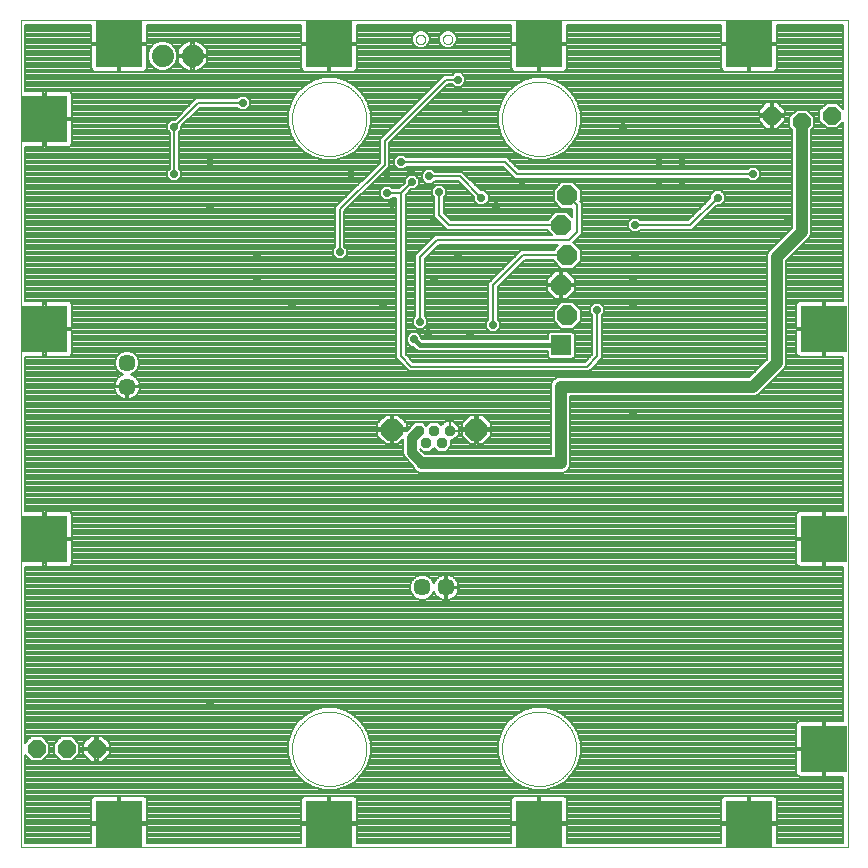
<source format=gbl>
G75*
%MOIN*%
%OFA0B0*%
%FSLAX25Y25*%
%IPPOS*%
%LPD*%
%AMOC8*
5,1,8,0,0,1.08239X$1,22.5*
%
%ADD10C,0.00000*%
%ADD11OC8,0.05937*%
%ADD12R,0.15811X0.15811*%
%ADD13OC8,0.07087*%
%ADD14OC8,0.03575*%
%ADD15R,0.06600X0.06600*%
%ADD16OC8,0.06600*%
%ADD17C,0.05700*%
%ADD18C,0.07400*%
%ADD19C,0.00800*%
%ADD20OC8,0.02381*%
%ADD21C,0.01600*%
%ADD22C,0.04000*%
%ADD23C,0.03200*%
D10*
X0001400Y0001400D02*
X0001400Y0276991D01*
X0276991Y0276991D01*
X0276991Y0001400D01*
X0001400Y0001400D01*
X0091793Y0034195D02*
X0091797Y0034499D01*
X0091808Y0034804D01*
X0091827Y0035107D01*
X0091853Y0035411D01*
X0091886Y0035713D01*
X0091927Y0036015D01*
X0091976Y0036315D01*
X0092031Y0036615D01*
X0092094Y0036912D01*
X0092165Y0037208D01*
X0092242Y0037503D01*
X0092327Y0037795D01*
X0092419Y0038085D01*
X0092518Y0038373D01*
X0092624Y0038658D01*
X0092737Y0038941D01*
X0092857Y0039221D01*
X0092984Y0039498D01*
X0093117Y0039771D01*
X0093257Y0040041D01*
X0093404Y0040308D01*
X0093557Y0040571D01*
X0093717Y0040830D01*
X0093883Y0041085D01*
X0094055Y0041336D01*
X0094234Y0041583D01*
X0094418Y0041825D01*
X0094608Y0042063D01*
X0094804Y0042296D01*
X0095006Y0042524D01*
X0095213Y0042747D01*
X0095425Y0042965D01*
X0095643Y0043177D01*
X0095866Y0043384D01*
X0096094Y0043586D01*
X0096327Y0043782D01*
X0096565Y0043972D01*
X0096807Y0044156D01*
X0097054Y0044335D01*
X0097305Y0044507D01*
X0097560Y0044673D01*
X0097819Y0044833D01*
X0098082Y0044986D01*
X0098349Y0045133D01*
X0098619Y0045273D01*
X0098892Y0045406D01*
X0099169Y0045533D01*
X0099449Y0045653D01*
X0099732Y0045766D01*
X0100017Y0045872D01*
X0100305Y0045971D01*
X0100595Y0046063D01*
X0100887Y0046148D01*
X0101182Y0046225D01*
X0101478Y0046296D01*
X0101775Y0046359D01*
X0102075Y0046414D01*
X0102375Y0046463D01*
X0102677Y0046504D01*
X0102979Y0046537D01*
X0103283Y0046563D01*
X0103586Y0046582D01*
X0103891Y0046593D01*
X0104195Y0046597D01*
X0104499Y0046593D01*
X0104804Y0046582D01*
X0105107Y0046563D01*
X0105411Y0046537D01*
X0105713Y0046504D01*
X0106015Y0046463D01*
X0106315Y0046414D01*
X0106615Y0046359D01*
X0106912Y0046296D01*
X0107208Y0046225D01*
X0107503Y0046148D01*
X0107795Y0046063D01*
X0108085Y0045971D01*
X0108373Y0045872D01*
X0108658Y0045766D01*
X0108941Y0045653D01*
X0109221Y0045533D01*
X0109498Y0045406D01*
X0109771Y0045273D01*
X0110041Y0045133D01*
X0110308Y0044986D01*
X0110571Y0044833D01*
X0110830Y0044673D01*
X0111085Y0044507D01*
X0111336Y0044335D01*
X0111583Y0044156D01*
X0111825Y0043972D01*
X0112063Y0043782D01*
X0112296Y0043586D01*
X0112524Y0043384D01*
X0112747Y0043177D01*
X0112965Y0042965D01*
X0113177Y0042747D01*
X0113384Y0042524D01*
X0113586Y0042296D01*
X0113782Y0042063D01*
X0113972Y0041825D01*
X0114156Y0041583D01*
X0114335Y0041336D01*
X0114507Y0041085D01*
X0114673Y0040830D01*
X0114833Y0040571D01*
X0114986Y0040308D01*
X0115133Y0040041D01*
X0115273Y0039771D01*
X0115406Y0039498D01*
X0115533Y0039221D01*
X0115653Y0038941D01*
X0115766Y0038658D01*
X0115872Y0038373D01*
X0115971Y0038085D01*
X0116063Y0037795D01*
X0116148Y0037503D01*
X0116225Y0037208D01*
X0116296Y0036912D01*
X0116359Y0036615D01*
X0116414Y0036315D01*
X0116463Y0036015D01*
X0116504Y0035713D01*
X0116537Y0035411D01*
X0116563Y0035107D01*
X0116582Y0034804D01*
X0116593Y0034499D01*
X0116597Y0034195D01*
X0116593Y0033891D01*
X0116582Y0033586D01*
X0116563Y0033283D01*
X0116537Y0032979D01*
X0116504Y0032677D01*
X0116463Y0032375D01*
X0116414Y0032075D01*
X0116359Y0031775D01*
X0116296Y0031478D01*
X0116225Y0031182D01*
X0116148Y0030887D01*
X0116063Y0030595D01*
X0115971Y0030305D01*
X0115872Y0030017D01*
X0115766Y0029732D01*
X0115653Y0029449D01*
X0115533Y0029169D01*
X0115406Y0028892D01*
X0115273Y0028619D01*
X0115133Y0028349D01*
X0114986Y0028082D01*
X0114833Y0027819D01*
X0114673Y0027560D01*
X0114507Y0027305D01*
X0114335Y0027054D01*
X0114156Y0026807D01*
X0113972Y0026565D01*
X0113782Y0026327D01*
X0113586Y0026094D01*
X0113384Y0025866D01*
X0113177Y0025643D01*
X0112965Y0025425D01*
X0112747Y0025213D01*
X0112524Y0025006D01*
X0112296Y0024804D01*
X0112063Y0024608D01*
X0111825Y0024418D01*
X0111583Y0024234D01*
X0111336Y0024055D01*
X0111085Y0023883D01*
X0110830Y0023717D01*
X0110571Y0023557D01*
X0110308Y0023404D01*
X0110041Y0023257D01*
X0109771Y0023117D01*
X0109498Y0022984D01*
X0109221Y0022857D01*
X0108941Y0022737D01*
X0108658Y0022624D01*
X0108373Y0022518D01*
X0108085Y0022419D01*
X0107795Y0022327D01*
X0107503Y0022242D01*
X0107208Y0022165D01*
X0106912Y0022094D01*
X0106615Y0022031D01*
X0106315Y0021976D01*
X0106015Y0021927D01*
X0105713Y0021886D01*
X0105411Y0021853D01*
X0105107Y0021827D01*
X0104804Y0021808D01*
X0104499Y0021797D01*
X0104195Y0021793D01*
X0103891Y0021797D01*
X0103586Y0021808D01*
X0103283Y0021827D01*
X0102979Y0021853D01*
X0102677Y0021886D01*
X0102375Y0021927D01*
X0102075Y0021976D01*
X0101775Y0022031D01*
X0101478Y0022094D01*
X0101182Y0022165D01*
X0100887Y0022242D01*
X0100595Y0022327D01*
X0100305Y0022419D01*
X0100017Y0022518D01*
X0099732Y0022624D01*
X0099449Y0022737D01*
X0099169Y0022857D01*
X0098892Y0022984D01*
X0098619Y0023117D01*
X0098349Y0023257D01*
X0098082Y0023404D01*
X0097819Y0023557D01*
X0097560Y0023717D01*
X0097305Y0023883D01*
X0097054Y0024055D01*
X0096807Y0024234D01*
X0096565Y0024418D01*
X0096327Y0024608D01*
X0096094Y0024804D01*
X0095866Y0025006D01*
X0095643Y0025213D01*
X0095425Y0025425D01*
X0095213Y0025643D01*
X0095006Y0025866D01*
X0094804Y0026094D01*
X0094608Y0026327D01*
X0094418Y0026565D01*
X0094234Y0026807D01*
X0094055Y0027054D01*
X0093883Y0027305D01*
X0093717Y0027560D01*
X0093557Y0027819D01*
X0093404Y0028082D01*
X0093257Y0028349D01*
X0093117Y0028619D01*
X0092984Y0028892D01*
X0092857Y0029169D01*
X0092737Y0029449D01*
X0092624Y0029732D01*
X0092518Y0030017D01*
X0092419Y0030305D01*
X0092327Y0030595D01*
X0092242Y0030887D01*
X0092165Y0031182D01*
X0092094Y0031478D01*
X0092031Y0031775D01*
X0091976Y0032075D01*
X0091927Y0032375D01*
X0091886Y0032677D01*
X0091853Y0032979D01*
X0091827Y0033283D01*
X0091808Y0033586D01*
X0091797Y0033891D01*
X0091793Y0034195D01*
X0161793Y0034195D02*
X0161797Y0034499D01*
X0161808Y0034804D01*
X0161827Y0035107D01*
X0161853Y0035411D01*
X0161886Y0035713D01*
X0161927Y0036015D01*
X0161976Y0036315D01*
X0162031Y0036615D01*
X0162094Y0036912D01*
X0162165Y0037208D01*
X0162242Y0037503D01*
X0162327Y0037795D01*
X0162419Y0038085D01*
X0162518Y0038373D01*
X0162624Y0038658D01*
X0162737Y0038941D01*
X0162857Y0039221D01*
X0162984Y0039498D01*
X0163117Y0039771D01*
X0163257Y0040041D01*
X0163404Y0040308D01*
X0163557Y0040571D01*
X0163717Y0040830D01*
X0163883Y0041085D01*
X0164055Y0041336D01*
X0164234Y0041583D01*
X0164418Y0041825D01*
X0164608Y0042063D01*
X0164804Y0042296D01*
X0165006Y0042524D01*
X0165213Y0042747D01*
X0165425Y0042965D01*
X0165643Y0043177D01*
X0165866Y0043384D01*
X0166094Y0043586D01*
X0166327Y0043782D01*
X0166565Y0043972D01*
X0166807Y0044156D01*
X0167054Y0044335D01*
X0167305Y0044507D01*
X0167560Y0044673D01*
X0167819Y0044833D01*
X0168082Y0044986D01*
X0168349Y0045133D01*
X0168619Y0045273D01*
X0168892Y0045406D01*
X0169169Y0045533D01*
X0169449Y0045653D01*
X0169732Y0045766D01*
X0170017Y0045872D01*
X0170305Y0045971D01*
X0170595Y0046063D01*
X0170887Y0046148D01*
X0171182Y0046225D01*
X0171478Y0046296D01*
X0171775Y0046359D01*
X0172075Y0046414D01*
X0172375Y0046463D01*
X0172677Y0046504D01*
X0172979Y0046537D01*
X0173283Y0046563D01*
X0173586Y0046582D01*
X0173891Y0046593D01*
X0174195Y0046597D01*
X0174499Y0046593D01*
X0174804Y0046582D01*
X0175107Y0046563D01*
X0175411Y0046537D01*
X0175713Y0046504D01*
X0176015Y0046463D01*
X0176315Y0046414D01*
X0176615Y0046359D01*
X0176912Y0046296D01*
X0177208Y0046225D01*
X0177503Y0046148D01*
X0177795Y0046063D01*
X0178085Y0045971D01*
X0178373Y0045872D01*
X0178658Y0045766D01*
X0178941Y0045653D01*
X0179221Y0045533D01*
X0179498Y0045406D01*
X0179771Y0045273D01*
X0180041Y0045133D01*
X0180308Y0044986D01*
X0180571Y0044833D01*
X0180830Y0044673D01*
X0181085Y0044507D01*
X0181336Y0044335D01*
X0181583Y0044156D01*
X0181825Y0043972D01*
X0182063Y0043782D01*
X0182296Y0043586D01*
X0182524Y0043384D01*
X0182747Y0043177D01*
X0182965Y0042965D01*
X0183177Y0042747D01*
X0183384Y0042524D01*
X0183586Y0042296D01*
X0183782Y0042063D01*
X0183972Y0041825D01*
X0184156Y0041583D01*
X0184335Y0041336D01*
X0184507Y0041085D01*
X0184673Y0040830D01*
X0184833Y0040571D01*
X0184986Y0040308D01*
X0185133Y0040041D01*
X0185273Y0039771D01*
X0185406Y0039498D01*
X0185533Y0039221D01*
X0185653Y0038941D01*
X0185766Y0038658D01*
X0185872Y0038373D01*
X0185971Y0038085D01*
X0186063Y0037795D01*
X0186148Y0037503D01*
X0186225Y0037208D01*
X0186296Y0036912D01*
X0186359Y0036615D01*
X0186414Y0036315D01*
X0186463Y0036015D01*
X0186504Y0035713D01*
X0186537Y0035411D01*
X0186563Y0035107D01*
X0186582Y0034804D01*
X0186593Y0034499D01*
X0186597Y0034195D01*
X0186593Y0033891D01*
X0186582Y0033586D01*
X0186563Y0033283D01*
X0186537Y0032979D01*
X0186504Y0032677D01*
X0186463Y0032375D01*
X0186414Y0032075D01*
X0186359Y0031775D01*
X0186296Y0031478D01*
X0186225Y0031182D01*
X0186148Y0030887D01*
X0186063Y0030595D01*
X0185971Y0030305D01*
X0185872Y0030017D01*
X0185766Y0029732D01*
X0185653Y0029449D01*
X0185533Y0029169D01*
X0185406Y0028892D01*
X0185273Y0028619D01*
X0185133Y0028349D01*
X0184986Y0028082D01*
X0184833Y0027819D01*
X0184673Y0027560D01*
X0184507Y0027305D01*
X0184335Y0027054D01*
X0184156Y0026807D01*
X0183972Y0026565D01*
X0183782Y0026327D01*
X0183586Y0026094D01*
X0183384Y0025866D01*
X0183177Y0025643D01*
X0182965Y0025425D01*
X0182747Y0025213D01*
X0182524Y0025006D01*
X0182296Y0024804D01*
X0182063Y0024608D01*
X0181825Y0024418D01*
X0181583Y0024234D01*
X0181336Y0024055D01*
X0181085Y0023883D01*
X0180830Y0023717D01*
X0180571Y0023557D01*
X0180308Y0023404D01*
X0180041Y0023257D01*
X0179771Y0023117D01*
X0179498Y0022984D01*
X0179221Y0022857D01*
X0178941Y0022737D01*
X0178658Y0022624D01*
X0178373Y0022518D01*
X0178085Y0022419D01*
X0177795Y0022327D01*
X0177503Y0022242D01*
X0177208Y0022165D01*
X0176912Y0022094D01*
X0176615Y0022031D01*
X0176315Y0021976D01*
X0176015Y0021927D01*
X0175713Y0021886D01*
X0175411Y0021853D01*
X0175107Y0021827D01*
X0174804Y0021808D01*
X0174499Y0021797D01*
X0174195Y0021793D01*
X0173891Y0021797D01*
X0173586Y0021808D01*
X0173283Y0021827D01*
X0172979Y0021853D01*
X0172677Y0021886D01*
X0172375Y0021927D01*
X0172075Y0021976D01*
X0171775Y0022031D01*
X0171478Y0022094D01*
X0171182Y0022165D01*
X0170887Y0022242D01*
X0170595Y0022327D01*
X0170305Y0022419D01*
X0170017Y0022518D01*
X0169732Y0022624D01*
X0169449Y0022737D01*
X0169169Y0022857D01*
X0168892Y0022984D01*
X0168619Y0023117D01*
X0168349Y0023257D01*
X0168082Y0023404D01*
X0167819Y0023557D01*
X0167560Y0023717D01*
X0167305Y0023883D01*
X0167054Y0024055D01*
X0166807Y0024234D01*
X0166565Y0024418D01*
X0166327Y0024608D01*
X0166094Y0024804D01*
X0165866Y0025006D01*
X0165643Y0025213D01*
X0165425Y0025425D01*
X0165213Y0025643D01*
X0165006Y0025866D01*
X0164804Y0026094D01*
X0164608Y0026327D01*
X0164418Y0026565D01*
X0164234Y0026807D01*
X0164055Y0027054D01*
X0163883Y0027305D01*
X0163717Y0027560D01*
X0163557Y0027819D01*
X0163404Y0028082D01*
X0163257Y0028349D01*
X0163117Y0028619D01*
X0162984Y0028892D01*
X0162857Y0029169D01*
X0162737Y0029449D01*
X0162624Y0029732D01*
X0162518Y0030017D01*
X0162419Y0030305D01*
X0162327Y0030595D01*
X0162242Y0030887D01*
X0162165Y0031182D01*
X0162094Y0031478D01*
X0162031Y0031775D01*
X0161976Y0032075D01*
X0161927Y0032375D01*
X0161886Y0032677D01*
X0161853Y0032979D01*
X0161827Y0033283D01*
X0161808Y0033586D01*
X0161797Y0033891D01*
X0161793Y0034195D01*
X0161793Y0244195D02*
X0161797Y0244499D01*
X0161808Y0244804D01*
X0161827Y0245107D01*
X0161853Y0245411D01*
X0161886Y0245713D01*
X0161927Y0246015D01*
X0161976Y0246315D01*
X0162031Y0246615D01*
X0162094Y0246912D01*
X0162165Y0247208D01*
X0162242Y0247503D01*
X0162327Y0247795D01*
X0162419Y0248085D01*
X0162518Y0248373D01*
X0162624Y0248658D01*
X0162737Y0248941D01*
X0162857Y0249221D01*
X0162984Y0249498D01*
X0163117Y0249771D01*
X0163257Y0250041D01*
X0163404Y0250308D01*
X0163557Y0250571D01*
X0163717Y0250830D01*
X0163883Y0251085D01*
X0164055Y0251336D01*
X0164234Y0251583D01*
X0164418Y0251825D01*
X0164608Y0252063D01*
X0164804Y0252296D01*
X0165006Y0252524D01*
X0165213Y0252747D01*
X0165425Y0252965D01*
X0165643Y0253177D01*
X0165866Y0253384D01*
X0166094Y0253586D01*
X0166327Y0253782D01*
X0166565Y0253972D01*
X0166807Y0254156D01*
X0167054Y0254335D01*
X0167305Y0254507D01*
X0167560Y0254673D01*
X0167819Y0254833D01*
X0168082Y0254986D01*
X0168349Y0255133D01*
X0168619Y0255273D01*
X0168892Y0255406D01*
X0169169Y0255533D01*
X0169449Y0255653D01*
X0169732Y0255766D01*
X0170017Y0255872D01*
X0170305Y0255971D01*
X0170595Y0256063D01*
X0170887Y0256148D01*
X0171182Y0256225D01*
X0171478Y0256296D01*
X0171775Y0256359D01*
X0172075Y0256414D01*
X0172375Y0256463D01*
X0172677Y0256504D01*
X0172979Y0256537D01*
X0173283Y0256563D01*
X0173586Y0256582D01*
X0173891Y0256593D01*
X0174195Y0256597D01*
X0174499Y0256593D01*
X0174804Y0256582D01*
X0175107Y0256563D01*
X0175411Y0256537D01*
X0175713Y0256504D01*
X0176015Y0256463D01*
X0176315Y0256414D01*
X0176615Y0256359D01*
X0176912Y0256296D01*
X0177208Y0256225D01*
X0177503Y0256148D01*
X0177795Y0256063D01*
X0178085Y0255971D01*
X0178373Y0255872D01*
X0178658Y0255766D01*
X0178941Y0255653D01*
X0179221Y0255533D01*
X0179498Y0255406D01*
X0179771Y0255273D01*
X0180041Y0255133D01*
X0180308Y0254986D01*
X0180571Y0254833D01*
X0180830Y0254673D01*
X0181085Y0254507D01*
X0181336Y0254335D01*
X0181583Y0254156D01*
X0181825Y0253972D01*
X0182063Y0253782D01*
X0182296Y0253586D01*
X0182524Y0253384D01*
X0182747Y0253177D01*
X0182965Y0252965D01*
X0183177Y0252747D01*
X0183384Y0252524D01*
X0183586Y0252296D01*
X0183782Y0252063D01*
X0183972Y0251825D01*
X0184156Y0251583D01*
X0184335Y0251336D01*
X0184507Y0251085D01*
X0184673Y0250830D01*
X0184833Y0250571D01*
X0184986Y0250308D01*
X0185133Y0250041D01*
X0185273Y0249771D01*
X0185406Y0249498D01*
X0185533Y0249221D01*
X0185653Y0248941D01*
X0185766Y0248658D01*
X0185872Y0248373D01*
X0185971Y0248085D01*
X0186063Y0247795D01*
X0186148Y0247503D01*
X0186225Y0247208D01*
X0186296Y0246912D01*
X0186359Y0246615D01*
X0186414Y0246315D01*
X0186463Y0246015D01*
X0186504Y0245713D01*
X0186537Y0245411D01*
X0186563Y0245107D01*
X0186582Y0244804D01*
X0186593Y0244499D01*
X0186597Y0244195D01*
X0186593Y0243891D01*
X0186582Y0243586D01*
X0186563Y0243283D01*
X0186537Y0242979D01*
X0186504Y0242677D01*
X0186463Y0242375D01*
X0186414Y0242075D01*
X0186359Y0241775D01*
X0186296Y0241478D01*
X0186225Y0241182D01*
X0186148Y0240887D01*
X0186063Y0240595D01*
X0185971Y0240305D01*
X0185872Y0240017D01*
X0185766Y0239732D01*
X0185653Y0239449D01*
X0185533Y0239169D01*
X0185406Y0238892D01*
X0185273Y0238619D01*
X0185133Y0238349D01*
X0184986Y0238082D01*
X0184833Y0237819D01*
X0184673Y0237560D01*
X0184507Y0237305D01*
X0184335Y0237054D01*
X0184156Y0236807D01*
X0183972Y0236565D01*
X0183782Y0236327D01*
X0183586Y0236094D01*
X0183384Y0235866D01*
X0183177Y0235643D01*
X0182965Y0235425D01*
X0182747Y0235213D01*
X0182524Y0235006D01*
X0182296Y0234804D01*
X0182063Y0234608D01*
X0181825Y0234418D01*
X0181583Y0234234D01*
X0181336Y0234055D01*
X0181085Y0233883D01*
X0180830Y0233717D01*
X0180571Y0233557D01*
X0180308Y0233404D01*
X0180041Y0233257D01*
X0179771Y0233117D01*
X0179498Y0232984D01*
X0179221Y0232857D01*
X0178941Y0232737D01*
X0178658Y0232624D01*
X0178373Y0232518D01*
X0178085Y0232419D01*
X0177795Y0232327D01*
X0177503Y0232242D01*
X0177208Y0232165D01*
X0176912Y0232094D01*
X0176615Y0232031D01*
X0176315Y0231976D01*
X0176015Y0231927D01*
X0175713Y0231886D01*
X0175411Y0231853D01*
X0175107Y0231827D01*
X0174804Y0231808D01*
X0174499Y0231797D01*
X0174195Y0231793D01*
X0173891Y0231797D01*
X0173586Y0231808D01*
X0173283Y0231827D01*
X0172979Y0231853D01*
X0172677Y0231886D01*
X0172375Y0231927D01*
X0172075Y0231976D01*
X0171775Y0232031D01*
X0171478Y0232094D01*
X0171182Y0232165D01*
X0170887Y0232242D01*
X0170595Y0232327D01*
X0170305Y0232419D01*
X0170017Y0232518D01*
X0169732Y0232624D01*
X0169449Y0232737D01*
X0169169Y0232857D01*
X0168892Y0232984D01*
X0168619Y0233117D01*
X0168349Y0233257D01*
X0168082Y0233404D01*
X0167819Y0233557D01*
X0167560Y0233717D01*
X0167305Y0233883D01*
X0167054Y0234055D01*
X0166807Y0234234D01*
X0166565Y0234418D01*
X0166327Y0234608D01*
X0166094Y0234804D01*
X0165866Y0235006D01*
X0165643Y0235213D01*
X0165425Y0235425D01*
X0165213Y0235643D01*
X0165006Y0235866D01*
X0164804Y0236094D01*
X0164608Y0236327D01*
X0164418Y0236565D01*
X0164234Y0236807D01*
X0164055Y0237054D01*
X0163883Y0237305D01*
X0163717Y0237560D01*
X0163557Y0237819D01*
X0163404Y0238082D01*
X0163257Y0238349D01*
X0163117Y0238619D01*
X0162984Y0238892D01*
X0162857Y0239169D01*
X0162737Y0239449D01*
X0162624Y0239732D01*
X0162518Y0240017D01*
X0162419Y0240305D01*
X0162327Y0240595D01*
X0162242Y0240887D01*
X0162165Y0241182D01*
X0162094Y0241478D01*
X0162031Y0241775D01*
X0161976Y0242075D01*
X0161927Y0242375D01*
X0161886Y0242677D01*
X0161853Y0242979D01*
X0161827Y0243283D01*
X0161808Y0243586D01*
X0161797Y0243891D01*
X0161793Y0244195D01*
X0142148Y0270691D02*
X0142150Y0270770D01*
X0142156Y0270849D01*
X0142166Y0270928D01*
X0142180Y0271006D01*
X0142197Y0271083D01*
X0142219Y0271159D01*
X0142244Y0271234D01*
X0142274Y0271307D01*
X0142306Y0271379D01*
X0142343Y0271450D01*
X0142383Y0271518D01*
X0142426Y0271584D01*
X0142472Y0271648D01*
X0142522Y0271710D01*
X0142575Y0271769D01*
X0142630Y0271825D01*
X0142689Y0271879D01*
X0142750Y0271929D01*
X0142813Y0271977D01*
X0142879Y0272021D01*
X0142947Y0272062D01*
X0143017Y0272099D01*
X0143088Y0272133D01*
X0143162Y0272163D01*
X0143236Y0272189D01*
X0143312Y0272211D01*
X0143389Y0272230D01*
X0143467Y0272245D01*
X0143545Y0272256D01*
X0143624Y0272263D01*
X0143703Y0272266D01*
X0143782Y0272265D01*
X0143861Y0272260D01*
X0143940Y0272251D01*
X0144018Y0272238D01*
X0144095Y0272221D01*
X0144172Y0272201D01*
X0144247Y0272176D01*
X0144321Y0272148D01*
X0144394Y0272116D01*
X0144464Y0272081D01*
X0144533Y0272042D01*
X0144600Y0271999D01*
X0144665Y0271953D01*
X0144727Y0271905D01*
X0144787Y0271853D01*
X0144844Y0271798D01*
X0144898Y0271740D01*
X0144949Y0271680D01*
X0144997Y0271617D01*
X0145042Y0271552D01*
X0145084Y0271484D01*
X0145122Y0271415D01*
X0145156Y0271344D01*
X0145187Y0271271D01*
X0145215Y0271196D01*
X0145238Y0271121D01*
X0145258Y0271044D01*
X0145274Y0270967D01*
X0145286Y0270888D01*
X0145294Y0270810D01*
X0145298Y0270731D01*
X0145298Y0270651D01*
X0145294Y0270572D01*
X0145286Y0270494D01*
X0145274Y0270415D01*
X0145258Y0270338D01*
X0145238Y0270261D01*
X0145215Y0270186D01*
X0145187Y0270111D01*
X0145156Y0270038D01*
X0145122Y0269967D01*
X0145084Y0269898D01*
X0145042Y0269830D01*
X0144997Y0269765D01*
X0144949Y0269702D01*
X0144898Y0269642D01*
X0144844Y0269584D01*
X0144787Y0269529D01*
X0144727Y0269477D01*
X0144665Y0269429D01*
X0144600Y0269383D01*
X0144533Y0269340D01*
X0144464Y0269301D01*
X0144394Y0269266D01*
X0144321Y0269234D01*
X0144247Y0269206D01*
X0144172Y0269181D01*
X0144095Y0269161D01*
X0144018Y0269144D01*
X0143940Y0269131D01*
X0143861Y0269122D01*
X0143782Y0269117D01*
X0143703Y0269116D01*
X0143624Y0269119D01*
X0143545Y0269126D01*
X0143467Y0269137D01*
X0143389Y0269152D01*
X0143312Y0269171D01*
X0143236Y0269193D01*
X0143162Y0269219D01*
X0143088Y0269249D01*
X0143017Y0269283D01*
X0142947Y0269320D01*
X0142879Y0269361D01*
X0142813Y0269405D01*
X0142750Y0269453D01*
X0142689Y0269503D01*
X0142630Y0269557D01*
X0142575Y0269613D01*
X0142522Y0269672D01*
X0142472Y0269734D01*
X0142426Y0269798D01*
X0142383Y0269864D01*
X0142343Y0269932D01*
X0142306Y0270003D01*
X0142274Y0270075D01*
X0142244Y0270148D01*
X0142219Y0270223D01*
X0142197Y0270299D01*
X0142180Y0270376D01*
X0142166Y0270454D01*
X0142156Y0270533D01*
X0142150Y0270612D01*
X0142148Y0270691D01*
X0133093Y0270691D02*
X0133095Y0270770D01*
X0133101Y0270849D01*
X0133111Y0270928D01*
X0133125Y0271006D01*
X0133142Y0271083D01*
X0133164Y0271159D01*
X0133189Y0271234D01*
X0133219Y0271307D01*
X0133251Y0271379D01*
X0133288Y0271450D01*
X0133328Y0271518D01*
X0133371Y0271584D01*
X0133417Y0271648D01*
X0133467Y0271710D01*
X0133520Y0271769D01*
X0133575Y0271825D01*
X0133634Y0271879D01*
X0133695Y0271929D01*
X0133758Y0271977D01*
X0133824Y0272021D01*
X0133892Y0272062D01*
X0133962Y0272099D01*
X0134033Y0272133D01*
X0134107Y0272163D01*
X0134181Y0272189D01*
X0134257Y0272211D01*
X0134334Y0272230D01*
X0134412Y0272245D01*
X0134490Y0272256D01*
X0134569Y0272263D01*
X0134648Y0272266D01*
X0134727Y0272265D01*
X0134806Y0272260D01*
X0134885Y0272251D01*
X0134963Y0272238D01*
X0135040Y0272221D01*
X0135117Y0272201D01*
X0135192Y0272176D01*
X0135266Y0272148D01*
X0135339Y0272116D01*
X0135409Y0272081D01*
X0135478Y0272042D01*
X0135545Y0271999D01*
X0135610Y0271953D01*
X0135672Y0271905D01*
X0135732Y0271853D01*
X0135789Y0271798D01*
X0135843Y0271740D01*
X0135894Y0271680D01*
X0135942Y0271617D01*
X0135987Y0271552D01*
X0136029Y0271484D01*
X0136067Y0271415D01*
X0136101Y0271344D01*
X0136132Y0271271D01*
X0136160Y0271196D01*
X0136183Y0271121D01*
X0136203Y0271044D01*
X0136219Y0270967D01*
X0136231Y0270888D01*
X0136239Y0270810D01*
X0136243Y0270731D01*
X0136243Y0270651D01*
X0136239Y0270572D01*
X0136231Y0270494D01*
X0136219Y0270415D01*
X0136203Y0270338D01*
X0136183Y0270261D01*
X0136160Y0270186D01*
X0136132Y0270111D01*
X0136101Y0270038D01*
X0136067Y0269967D01*
X0136029Y0269898D01*
X0135987Y0269830D01*
X0135942Y0269765D01*
X0135894Y0269702D01*
X0135843Y0269642D01*
X0135789Y0269584D01*
X0135732Y0269529D01*
X0135672Y0269477D01*
X0135610Y0269429D01*
X0135545Y0269383D01*
X0135478Y0269340D01*
X0135409Y0269301D01*
X0135339Y0269266D01*
X0135266Y0269234D01*
X0135192Y0269206D01*
X0135117Y0269181D01*
X0135040Y0269161D01*
X0134963Y0269144D01*
X0134885Y0269131D01*
X0134806Y0269122D01*
X0134727Y0269117D01*
X0134648Y0269116D01*
X0134569Y0269119D01*
X0134490Y0269126D01*
X0134412Y0269137D01*
X0134334Y0269152D01*
X0134257Y0269171D01*
X0134181Y0269193D01*
X0134107Y0269219D01*
X0134033Y0269249D01*
X0133962Y0269283D01*
X0133892Y0269320D01*
X0133824Y0269361D01*
X0133758Y0269405D01*
X0133695Y0269453D01*
X0133634Y0269503D01*
X0133575Y0269557D01*
X0133520Y0269613D01*
X0133467Y0269672D01*
X0133417Y0269734D01*
X0133371Y0269798D01*
X0133328Y0269864D01*
X0133288Y0269932D01*
X0133251Y0270003D01*
X0133219Y0270075D01*
X0133189Y0270148D01*
X0133164Y0270223D01*
X0133142Y0270299D01*
X0133125Y0270376D01*
X0133111Y0270454D01*
X0133101Y0270533D01*
X0133095Y0270612D01*
X0133093Y0270691D01*
X0091793Y0244195D02*
X0091797Y0244499D01*
X0091808Y0244804D01*
X0091827Y0245107D01*
X0091853Y0245411D01*
X0091886Y0245713D01*
X0091927Y0246015D01*
X0091976Y0246315D01*
X0092031Y0246615D01*
X0092094Y0246912D01*
X0092165Y0247208D01*
X0092242Y0247503D01*
X0092327Y0247795D01*
X0092419Y0248085D01*
X0092518Y0248373D01*
X0092624Y0248658D01*
X0092737Y0248941D01*
X0092857Y0249221D01*
X0092984Y0249498D01*
X0093117Y0249771D01*
X0093257Y0250041D01*
X0093404Y0250308D01*
X0093557Y0250571D01*
X0093717Y0250830D01*
X0093883Y0251085D01*
X0094055Y0251336D01*
X0094234Y0251583D01*
X0094418Y0251825D01*
X0094608Y0252063D01*
X0094804Y0252296D01*
X0095006Y0252524D01*
X0095213Y0252747D01*
X0095425Y0252965D01*
X0095643Y0253177D01*
X0095866Y0253384D01*
X0096094Y0253586D01*
X0096327Y0253782D01*
X0096565Y0253972D01*
X0096807Y0254156D01*
X0097054Y0254335D01*
X0097305Y0254507D01*
X0097560Y0254673D01*
X0097819Y0254833D01*
X0098082Y0254986D01*
X0098349Y0255133D01*
X0098619Y0255273D01*
X0098892Y0255406D01*
X0099169Y0255533D01*
X0099449Y0255653D01*
X0099732Y0255766D01*
X0100017Y0255872D01*
X0100305Y0255971D01*
X0100595Y0256063D01*
X0100887Y0256148D01*
X0101182Y0256225D01*
X0101478Y0256296D01*
X0101775Y0256359D01*
X0102075Y0256414D01*
X0102375Y0256463D01*
X0102677Y0256504D01*
X0102979Y0256537D01*
X0103283Y0256563D01*
X0103586Y0256582D01*
X0103891Y0256593D01*
X0104195Y0256597D01*
X0104499Y0256593D01*
X0104804Y0256582D01*
X0105107Y0256563D01*
X0105411Y0256537D01*
X0105713Y0256504D01*
X0106015Y0256463D01*
X0106315Y0256414D01*
X0106615Y0256359D01*
X0106912Y0256296D01*
X0107208Y0256225D01*
X0107503Y0256148D01*
X0107795Y0256063D01*
X0108085Y0255971D01*
X0108373Y0255872D01*
X0108658Y0255766D01*
X0108941Y0255653D01*
X0109221Y0255533D01*
X0109498Y0255406D01*
X0109771Y0255273D01*
X0110041Y0255133D01*
X0110308Y0254986D01*
X0110571Y0254833D01*
X0110830Y0254673D01*
X0111085Y0254507D01*
X0111336Y0254335D01*
X0111583Y0254156D01*
X0111825Y0253972D01*
X0112063Y0253782D01*
X0112296Y0253586D01*
X0112524Y0253384D01*
X0112747Y0253177D01*
X0112965Y0252965D01*
X0113177Y0252747D01*
X0113384Y0252524D01*
X0113586Y0252296D01*
X0113782Y0252063D01*
X0113972Y0251825D01*
X0114156Y0251583D01*
X0114335Y0251336D01*
X0114507Y0251085D01*
X0114673Y0250830D01*
X0114833Y0250571D01*
X0114986Y0250308D01*
X0115133Y0250041D01*
X0115273Y0249771D01*
X0115406Y0249498D01*
X0115533Y0249221D01*
X0115653Y0248941D01*
X0115766Y0248658D01*
X0115872Y0248373D01*
X0115971Y0248085D01*
X0116063Y0247795D01*
X0116148Y0247503D01*
X0116225Y0247208D01*
X0116296Y0246912D01*
X0116359Y0246615D01*
X0116414Y0246315D01*
X0116463Y0246015D01*
X0116504Y0245713D01*
X0116537Y0245411D01*
X0116563Y0245107D01*
X0116582Y0244804D01*
X0116593Y0244499D01*
X0116597Y0244195D01*
X0116593Y0243891D01*
X0116582Y0243586D01*
X0116563Y0243283D01*
X0116537Y0242979D01*
X0116504Y0242677D01*
X0116463Y0242375D01*
X0116414Y0242075D01*
X0116359Y0241775D01*
X0116296Y0241478D01*
X0116225Y0241182D01*
X0116148Y0240887D01*
X0116063Y0240595D01*
X0115971Y0240305D01*
X0115872Y0240017D01*
X0115766Y0239732D01*
X0115653Y0239449D01*
X0115533Y0239169D01*
X0115406Y0238892D01*
X0115273Y0238619D01*
X0115133Y0238349D01*
X0114986Y0238082D01*
X0114833Y0237819D01*
X0114673Y0237560D01*
X0114507Y0237305D01*
X0114335Y0237054D01*
X0114156Y0236807D01*
X0113972Y0236565D01*
X0113782Y0236327D01*
X0113586Y0236094D01*
X0113384Y0235866D01*
X0113177Y0235643D01*
X0112965Y0235425D01*
X0112747Y0235213D01*
X0112524Y0235006D01*
X0112296Y0234804D01*
X0112063Y0234608D01*
X0111825Y0234418D01*
X0111583Y0234234D01*
X0111336Y0234055D01*
X0111085Y0233883D01*
X0110830Y0233717D01*
X0110571Y0233557D01*
X0110308Y0233404D01*
X0110041Y0233257D01*
X0109771Y0233117D01*
X0109498Y0232984D01*
X0109221Y0232857D01*
X0108941Y0232737D01*
X0108658Y0232624D01*
X0108373Y0232518D01*
X0108085Y0232419D01*
X0107795Y0232327D01*
X0107503Y0232242D01*
X0107208Y0232165D01*
X0106912Y0232094D01*
X0106615Y0232031D01*
X0106315Y0231976D01*
X0106015Y0231927D01*
X0105713Y0231886D01*
X0105411Y0231853D01*
X0105107Y0231827D01*
X0104804Y0231808D01*
X0104499Y0231797D01*
X0104195Y0231793D01*
X0103891Y0231797D01*
X0103586Y0231808D01*
X0103283Y0231827D01*
X0102979Y0231853D01*
X0102677Y0231886D01*
X0102375Y0231927D01*
X0102075Y0231976D01*
X0101775Y0232031D01*
X0101478Y0232094D01*
X0101182Y0232165D01*
X0100887Y0232242D01*
X0100595Y0232327D01*
X0100305Y0232419D01*
X0100017Y0232518D01*
X0099732Y0232624D01*
X0099449Y0232737D01*
X0099169Y0232857D01*
X0098892Y0232984D01*
X0098619Y0233117D01*
X0098349Y0233257D01*
X0098082Y0233404D01*
X0097819Y0233557D01*
X0097560Y0233717D01*
X0097305Y0233883D01*
X0097054Y0234055D01*
X0096807Y0234234D01*
X0096565Y0234418D01*
X0096327Y0234608D01*
X0096094Y0234804D01*
X0095866Y0235006D01*
X0095643Y0235213D01*
X0095425Y0235425D01*
X0095213Y0235643D01*
X0095006Y0235866D01*
X0094804Y0236094D01*
X0094608Y0236327D01*
X0094418Y0236565D01*
X0094234Y0236807D01*
X0094055Y0237054D01*
X0093883Y0237305D01*
X0093717Y0237560D01*
X0093557Y0237819D01*
X0093404Y0238082D01*
X0093257Y0238349D01*
X0093117Y0238619D01*
X0092984Y0238892D01*
X0092857Y0239169D01*
X0092737Y0239449D01*
X0092624Y0239732D01*
X0092518Y0240017D01*
X0092419Y0240305D01*
X0092327Y0240595D01*
X0092242Y0240887D01*
X0092165Y0241182D01*
X0092094Y0241478D01*
X0092031Y0241775D01*
X0091976Y0242075D01*
X0091927Y0242375D01*
X0091886Y0242677D01*
X0091853Y0242979D01*
X0091827Y0243283D01*
X0091808Y0243586D01*
X0091797Y0243891D01*
X0091793Y0244195D01*
D11*
X0251715Y0245298D03*
X0261715Y0243093D03*
X0271715Y0245298D03*
X0026676Y0034195D03*
X0016676Y0034195D03*
X0006676Y0034195D03*
D12*
X0034195Y0009274D03*
X0104195Y0009274D03*
X0174195Y0009274D03*
X0244195Y0009274D03*
X0269117Y0034195D03*
X0269117Y0104195D03*
X0269117Y0174195D03*
X0244195Y0269117D03*
X0174195Y0269117D03*
X0104195Y0269117D03*
X0034195Y0269117D03*
X0009274Y0244195D03*
X0009274Y0174195D03*
X0009274Y0104195D03*
D13*
X0125120Y0140613D03*
X0153270Y0140613D03*
D14*
X0144313Y0140180D03*
X0141754Y0136243D03*
X0139195Y0140180D03*
X0136636Y0136243D03*
X0134077Y0140180D03*
D15*
X0181502Y0168723D03*
D16*
X0183502Y0178723D03*
X0181502Y0188723D03*
X0183502Y0198723D03*
X0181502Y0208723D03*
X0183502Y0218723D03*
D17*
X0143132Y0088014D03*
X0135258Y0088014D03*
X0036833Y0154943D03*
X0036833Y0162817D03*
D18*
X0048644Y0265180D03*
X0058644Y0265180D03*
D19*
X0058244Y0265360D02*
X0053544Y0265360D01*
X0053544Y0265580D02*
X0058244Y0265580D01*
X0058244Y0270280D01*
X0058243Y0270280D01*
X0057450Y0270154D01*
X0056686Y0269906D01*
X0055971Y0269541D01*
X0055322Y0269070D01*
X0054754Y0268502D01*
X0054282Y0267853D01*
X0053918Y0267137D01*
X0053670Y0266374D01*
X0053544Y0265581D01*
X0053544Y0265580D01*
X0053544Y0266154D02*
X0053544Y0264205D01*
X0052798Y0262404D01*
X0051420Y0261026D01*
X0049619Y0260280D01*
X0047669Y0260280D01*
X0045868Y0261026D01*
X0044490Y0262404D01*
X0043744Y0264205D01*
X0043744Y0266154D01*
X0044490Y0267955D01*
X0045868Y0269334D01*
X0047669Y0270080D01*
X0049619Y0270080D01*
X0051420Y0269334D01*
X0052798Y0267955D01*
X0053544Y0266154D01*
X0053542Y0266159D02*
X0053636Y0266159D01*
X0053859Y0266957D02*
X0053212Y0266957D01*
X0052881Y0267756D02*
X0054233Y0267756D01*
X0054806Y0268554D02*
X0052199Y0268554D01*
X0051374Y0269353D02*
X0055711Y0269353D01*
X0057441Y0270151D02*
X0043501Y0270151D01*
X0043501Y0269517D02*
X0043501Y0275591D01*
X0094890Y0275591D01*
X0094890Y0269517D01*
X0103795Y0269517D01*
X0103795Y0268717D01*
X0094890Y0268717D01*
X0094890Y0261027D01*
X0094985Y0260671D01*
X0095169Y0260351D01*
X0095430Y0260091D01*
X0095749Y0259906D01*
X0096105Y0259811D01*
X0103795Y0259811D01*
X0103795Y0268716D01*
X0104595Y0268716D01*
X0104595Y0259811D01*
X0112285Y0259811D01*
X0112641Y0259906D01*
X0112960Y0260091D01*
X0113221Y0260351D01*
X0113405Y0260671D01*
X0113501Y0261027D01*
X0113501Y0268717D01*
X0104595Y0268717D01*
X0104595Y0269517D01*
X0113501Y0269517D01*
X0113501Y0275591D01*
X0164890Y0275591D01*
X0164890Y0269517D01*
X0173795Y0269517D01*
X0173795Y0268717D01*
X0164890Y0268717D01*
X0164890Y0261027D01*
X0164985Y0260671D01*
X0165169Y0260351D01*
X0165430Y0260091D01*
X0165749Y0259906D01*
X0166105Y0259811D01*
X0173795Y0259811D01*
X0173795Y0268716D01*
X0174595Y0268716D01*
X0174595Y0259811D01*
X0182285Y0259811D01*
X0182641Y0259906D01*
X0182960Y0260091D01*
X0183221Y0260351D01*
X0183405Y0260671D01*
X0183501Y0261027D01*
X0183501Y0268717D01*
X0174595Y0268717D01*
X0174595Y0269517D01*
X0183501Y0269517D01*
X0183501Y0275591D01*
X0234890Y0275591D01*
X0234890Y0269517D01*
X0243795Y0269517D01*
X0243795Y0268717D01*
X0234890Y0268717D01*
X0234890Y0261027D01*
X0234985Y0260671D01*
X0235169Y0260351D01*
X0235430Y0260091D01*
X0235749Y0259906D01*
X0236105Y0259811D01*
X0243795Y0259811D01*
X0243795Y0268716D01*
X0244595Y0268716D01*
X0244595Y0259811D01*
X0252285Y0259811D01*
X0252641Y0259906D01*
X0252960Y0260091D01*
X0253221Y0260351D01*
X0253405Y0260671D01*
X0253501Y0261027D01*
X0253501Y0268717D01*
X0244595Y0268717D01*
X0244595Y0269517D01*
X0253501Y0269517D01*
X0253501Y0275591D01*
X0275591Y0275591D01*
X0275591Y0247317D01*
X0273442Y0249466D01*
X0269988Y0249466D01*
X0267546Y0247024D01*
X0267546Y0243571D01*
X0269988Y0241129D01*
X0273442Y0241129D01*
X0275591Y0243278D01*
X0275591Y0183501D01*
X0269517Y0183501D01*
X0269517Y0174595D01*
X0268717Y0174595D01*
X0268717Y0183501D01*
X0261027Y0183501D01*
X0260671Y0183405D01*
X0260351Y0183221D01*
X0260091Y0182960D01*
X0259906Y0182641D01*
X0259811Y0182285D01*
X0259811Y0174595D01*
X0268716Y0174595D01*
X0268716Y0173795D01*
X0259811Y0173795D01*
X0259811Y0166105D01*
X0259906Y0165749D01*
X0260091Y0165430D01*
X0260351Y0165169D01*
X0260671Y0164985D01*
X0261027Y0164890D01*
X0268717Y0164890D01*
X0268717Y0173795D01*
X0269517Y0173795D01*
X0269517Y0164890D01*
X0275591Y0164890D01*
X0275591Y0113501D01*
X0269517Y0113501D01*
X0269517Y0104595D01*
X0268717Y0104595D01*
X0268717Y0113501D01*
X0261027Y0113501D01*
X0260671Y0113405D01*
X0260351Y0113221D01*
X0260091Y0112960D01*
X0259906Y0112641D01*
X0259811Y0112285D01*
X0259811Y0104595D01*
X0268716Y0104595D01*
X0268716Y0103795D01*
X0259811Y0103795D01*
X0259811Y0096105D01*
X0259906Y0095749D01*
X0260091Y0095430D01*
X0260351Y0095169D01*
X0260671Y0094985D01*
X0261027Y0094890D01*
X0268717Y0094890D01*
X0268717Y0103795D01*
X0269517Y0103795D01*
X0269517Y0094890D01*
X0275591Y0094890D01*
X0275591Y0043501D01*
X0269517Y0043501D01*
X0269517Y0034595D01*
X0268717Y0034595D01*
X0268717Y0043501D01*
X0261027Y0043501D01*
X0260671Y0043405D01*
X0260351Y0043221D01*
X0260091Y0042960D01*
X0259906Y0042641D01*
X0259811Y0042285D01*
X0259811Y0034595D01*
X0268716Y0034595D01*
X0268716Y0033795D01*
X0259811Y0033795D01*
X0259811Y0026105D01*
X0259906Y0025749D01*
X0260091Y0025430D01*
X0260351Y0025169D01*
X0260671Y0024985D01*
X0261027Y0024890D01*
X0268717Y0024890D01*
X0268717Y0033795D01*
X0269517Y0033795D01*
X0269517Y0024890D01*
X0275591Y0024890D01*
X0275591Y0002800D01*
X0253501Y0002800D01*
X0253501Y0008874D01*
X0244595Y0008874D01*
X0244595Y0009674D01*
X0243795Y0009674D01*
X0243795Y0008874D01*
X0234890Y0008874D01*
X0234890Y0002800D01*
X0183501Y0002800D01*
X0183501Y0008874D01*
X0174595Y0008874D01*
X0174595Y0009674D01*
X0173795Y0009674D01*
X0173795Y0008874D01*
X0164890Y0008874D01*
X0164890Y0002800D01*
X0113501Y0002800D01*
X0113501Y0008874D01*
X0104595Y0008874D01*
X0104595Y0009674D01*
X0103795Y0009674D01*
X0103795Y0008874D01*
X0094890Y0008874D01*
X0094890Y0002800D01*
X0043501Y0002800D01*
X0043501Y0008874D01*
X0034595Y0008874D01*
X0034595Y0009674D01*
X0033795Y0009674D01*
X0033795Y0008874D01*
X0024890Y0008874D01*
X0024890Y0002800D01*
X0002800Y0002800D01*
X0002800Y0032176D01*
X0004949Y0030027D01*
X0008402Y0030027D01*
X0010844Y0032469D01*
X0010844Y0035922D01*
X0008402Y0038364D01*
X0004949Y0038364D01*
X0002800Y0036215D01*
X0002800Y0094890D01*
X0008874Y0094890D01*
X0008874Y0103795D01*
X0009674Y0103795D01*
X0009674Y0094890D01*
X0017364Y0094890D01*
X0017720Y0094985D01*
X0018039Y0095169D01*
X0018300Y0095430D01*
X0018484Y0095749D01*
X0018580Y0096105D01*
X0018580Y0103795D01*
X0009674Y0103795D01*
X0009674Y0104595D01*
X0018580Y0104595D01*
X0018580Y0112285D01*
X0018484Y0112641D01*
X0018300Y0112960D01*
X0018039Y0113221D01*
X0017720Y0113405D01*
X0017364Y0113501D01*
X0009674Y0113501D01*
X0009674Y0104595D01*
X0008874Y0104595D01*
X0008874Y0113501D01*
X0002800Y0113501D01*
X0002800Y0164890D01*
X0008874Y0164890D01*
X0008874Y0173795D01*
X0009674Y0173795D01*
X0009674Y0164890D01*
X0017364Y0164890D01*
X0017720Y0164985D01*
X0018039Y0165169D01*
X0018300Y0165430D01*
X0018484Y0165749D01*
X0018580Y0166105D01*
X0018580Y0173795D01*
X0009674Y0173795D01*
X0009674Y0174595D01*
X0018580Y0174595D01*
X0018580Y0182285D01*
X0018484Y0182641D01*
X0018300Y0182960D01*
X0018039Y0183221D01*
X0017720Y0183405D01*
X0017364Y0183501D01*
X0009674Y0183501D01*
X0009674Y0174595D01*
X0008874Y0174595D01*
X0008874Y0183501D01*
X0002800Y0183501D01*
X0002800Y0234890D01*
X0008874Y0234890D01*
X0008874Y0243795D01*
X0009674Y0243795D01*
X0009674Y0234890D01*
X0017364Y0234890D01*
X0017720Y0234985D01*
X0018039Y0235169D01*
X0018300Y0235430D01*
X0018484Y0235749D01*
X0018580Y0236105D01*
X0018580Y0243795D01*
X0009674Y0243795D01*
X0009674Y0244595D01*
X0018580Y0244595D01*
X0018580Y0252285D01*
X0018484Y0252641D01*
X0018300Y0252960D01*
X0018039Y0253221D01*
X0017720Y0253405D01*
X0017364Y0253501D01*
X0009674Y0253501D01*
X0009674Y0244595D01*
X0008874Y0244595D01*
X0008874Y0253501D01*
X0002800Y0253501D01*
X0002800Y0275591D01*
X0024890Y0275591D01*
X0024890Y0269517D01*
X0033795Y0269517D01*
X0033795Y0268717D01*
X0024890Y0268717D01*
X0024890Y0261027D01*
X0024985Y0260671D01*
X0025169Y0260351D01*
X0025430Y0260091D01*
X0025749Y0259906D01*
X0026105Y0259811D01*
X0033795Y0259811D01*
X0033795Y0268716D01*
X0034595Y0268716D01*
X0034595Y0259811D01*
X0042285Y0259811D01*
X0042641Y0259906D01*
X0042960Y0260091D01*
X0043221Y0260351D01*
X0043405Y0260671D01*
X0043501Y0261027D01*
X0043501Y0268717D01*
X0034595Y0268717D01*
X0034595Y0269517D01*
X0043501Y0269517D01*
X0043501Y0268554D02*
X0045089Y0268554D01*
X0044407Y0267756D02*
X0043501Y0267756D01*
X0043501Y0266957D02*
X0044077Y0266957D01*
X0043746Y0266159D02*
X0043501Y0266159D01*
X0043501Y0265360D02*
X0043744Y0265360D01*
X0043744Y0264562D02*
X0043501Y0264562D01*
X0043501Y0263763D02*
X0043927Y0263763D01*
X0044258Y0262965D02*
X0043501Y0262965D01*
X0043501Y0262166D02*
X0044728Y0262166D01*
X0045526Y0261368D02*
X0043501Y0261368D01*
X0043347Y0260569D02*
X0046971Y0260569D01*
X0050318Y0260569D02*
X0056459Y0260569D01*
X0056686Y0260453D02*
X0057450Y0260205D01*
X0058243Y0260080D01*
X0058244Y0260080D01*
X0058244Y0264779D01*
X0059044Y0264779D01*
X0059044Y0260080D01*
X0059045Y0260080D01*
X0059838Y0260205D01*
X0060602Y0260453D01*
X0061317Y0260818D01*
X0061967Y0261289D01*
X0062534Y0261857D01*
X0063006Y0262507D01*
X0063370Y0263222D01*
X0063619Y0263985D01*
X0063744Y0264778D01*
X0063744Y0264780D01*
X0059044Y0264780D01*
X0059044Y0265580D01*
X0058244Y0265580D01*
X0058244Y0264780D01*
X0053544Y0264780D01*
X0053544Y0264778D01*
X0053670Y0263985D01*
X0053918Y0263222D01*
X0054282Y0262507D01*
X0054754Y0261857D01*
X0055322Y0261289D01*
X0055971Y0260818D01*
X0056686Y0260453D01*
X0058244Y0260569D02*
X0059044Y0260569D01*
X0059044Y0261368D02*
X0058244Y0261368D01*
X0058244Y0262166D02*
X0059044Y0262166D01*
X0059044Y0262965D02*
X0058244Y0262965D01*
X0058244Y0263763D02*
X0059044Y0263763D01*
X0059044Y0264562D02*
X0058244Y0264562D01*
X0059044Y0265360D02*
X0094890Y0265360D01*
X0094890Y0264562D02*
X0063710Y0264562D01*
X0063546Y0263763D02*
X0094890Y0263763D01*
X0094890Y0262965D02*
X0063239Y0262965D01*
X0062759Y0262166D02*
X0094890Y0262166D01*
X0094890Y0261368D02*
X0062045Y0261368D01*
X0060829Y0260569D02*
X0095044Y0260569D01*
X0100057Y0257375D02*
X0002800Y0257375D01*
X0002800Y0258173D02*
X0141738Y0258173D01*
X0141532Y0257968D02*
X0121060Y0237496D01*
X0121060Y0229622D01*
X0106099Y0214661D01*
X0106099Y0201606D01*
X0105309Y0200815D01*
X0105309Y0198835D01*
X0106709Y0197435D01*
X0108689Y0197435D01*
X0110090Y0198835D01*
X0110090Y0200815D01*
X0109299Y0201606D01*
X0109299Y0213336D01*
X0123323Y0227359D01*
X0124260Y0228296D01*
X0124260Y0236170D01*
X0143795Y0255706D01*
X0145289Y0255706D01*
X0146079Y0254915D01*
X0148059Y0254915D01*
X0149460Y0256315D01*
X0149460Y0258296D01*
X0148059Y0259696D01*
X0146079Y0259696D01*
X0145289Y0258905D01*
X0142470Y0258905D01*
X0141532Y0257968D01*
X0140939Y0257375D02*
X0108333Y0257375D01*
X0109522Y0257056D02*
X0106012Y0257997D01*
X0102378Y0257997D01*
X0098868Y0257056D01*
X0095721Y0255239D01*
X0093151Y0252670D01*
X0091334Y0249522D01*
X0090394Y0246012D01*
X0090394Y0242378D01*
X0091334Y0238868D01*
X0093151Y0235721D01*
X0095721Y0233151D01*
X0098868Y0231334D01*
X0102378Y0230394D01*
X0106012Y0230394D01*
X0109522Y0231334D01*
X0112670Y0233151D01*
X0115239Y0235721D01*
X0117056Y0238868D01*
X0117997Y0242378D01*
X0117997Y0246012D01*
X0117056Y0249522D01*
X0115239Y0252670D01*
X0112670Y0255239D01*
X0109522Y0257056D01*
X0110354Y0256576D02*
X0140140Y0256576D01*
X0139342Y0255778D02*
X0111737Y0255778D01*
X0112929Y0254979D02*
X0138543Y0254979D01*
X0137745Y0254181D02*
X0113728Y0254181D01*
X0114527Y0253382D02*
X0136946Y0253382D01*
X0136148Y0252584D02*
X0115289Y0252584D01*
X0115750Y0251785D02*
X0135349Y0251785D01*
X0134551Y0250987D02*
X0116211Y0250987D01*
X0116672Y0250188D02*
X0133752Y0250188D01*
X0132954Y0249390D02*
X0117092Y0249390D01*
X0117306Y0248591D02*
X0132155Y0248591D01*
X0131357Y0247793D02*
X0117520Y0247793D01*
X0117734Y0246994D02*
X0130558Y0246994D01*
X0129760Y0246196D02*
X0117948Y0246196D01*
X0117997Y0245397D02*
X0128961Y0245397D01*
X0128163Y0244599D02*
X0117997Y0244599D01*
X0117997Y0243800D02*
X0127364Y0243800D01*
X0126566Y0243002D02*
X0117997Y0243002D01*
X0117950Y0242203D02*
X0125767Y0242203D01*
X0124969Y0241405D02*
X0117736Y0241405D01*
X0117522Y0240606D02*
X0124170Y0240606D01*
X0123372Y0239808D02*
X0117308Y0239808D01*
X0117094Y0239009D02*
X0122573Y0239009D01*
X0121775Y0238211D02*
X0116677Y0238211D01*
X0116216Y0237412D02*
X0121060Y0237412D01*
X0121060Y0236614D02*
X0115755Y0236614D01*
X0115294Y0235815D02*
X0121060Y0235815D01*
X0121060Y0235017D02*
X0114535Y0235017D01*
X0113736Y0234218D02*
X0121060Y0234218D01*
X0121060Y0233420D02*
X0112938Y0233420D01*
X0111751Y0232621D02*
X0121060Y0232621D01*
X0121060Y0231823D02*
X0110368Y0231823D01*
X0108365Y0231024D02*
X0121060Y0231024D01*
X0121060Y0230226D02*
X0054181Y0230226D01*
X0054181Y0231024D02*
X0100026Y0231024D01*
X0098022Y0231823D02*
X0054181Y0231823D01*
X0054181Y0232621D02*
X0096639Y0232621D01*
X0095453Y0233420D02*
X0054181Y0233420D01*
X0054181Y0234218D02*
X0094654Y0234218D01*
X0093856Y0235017D02*
X0054181Y0235017D01*
X0054181Y0235815D02*
X0093097Y0235815D01*
X0092636Y0236614D02*
X0054181Y0236614D01*
X0054181Y0237412D02*
X0092175Y0237412D01*
X0091714Y0238211D02*
X0054181Y0238211D01*
X0054181Y0239009D02*
X0091296Y0239009D01*
X0091082Y0239808D02*
X0054212Y0239808D01*
X0054181Y0239777D02*
X0054972Y0240567D01*
X0054972Y0241685D01*
X0061118Y0247831D01*
X0073635Y0247831D01*
X0074426Y0247041D01*
X0076406Y0247041D01*
X0077806Y0248441D01*
X0077806Y0250422D01*
X0076406Y0251822D01*
X0074426Y0251822D01*
X0073635Y0251031D01*
X0059792Y0251031D01*
X0058855Y0250094D01*
X0052709Y0243948D01*
X0051591Y0243948D01*
X0050191Y0242548D01*
X0050191Y0240567D01*
X0050981Y0239777D01*
X0050981Y0227590D01*
X0050191Y0226800D01*
X0050191Y0224819D01*
X0051591Y0223419D01*
X0053571Y0223419D01*
X0054972Y0224819D01*
X0054972Y0226800D01*
X0054181Y0227590D01*
X0054181Y0239777D01*
X0054972Y0240606D02*
X0090869Y0240606D01*
X0090655Y0241405D02*
X0054972Y0241405D01*
X0055490Y0242203D02*
X0090441Y0242203D01*
X0090394Y0243002D02*
X0056288Y0243002D01*
X0057087Y0243800D02*
X0090394Y0243800D01*
X0090394Y0244599D02*
X0057885Y0244599D01*
X0058684Y0245397D02*
X0090394Y0245397D01*
X0090443Y0246196D02*
X0059482Y0246196D01*
X0060281Y0246994D02*
X0090657Y0246994D01*
X0090871Y0247793D02*
X0077158Y0247793D01*
X0077806Y0248591D02*
X0091085Y0248591D01*
X0091299Y0249390D02*
X0077806Y0249390D01*
X0077806Y0250188D02*
X0091719Y0250188D01*
X0092180Y0250987D02*
X0077241Y0250987D01*
X0076443Y0251785D02*
X0092641Y0251785D01*
X0093102Y0252584D02*
X0018499Y0252584D01*
X0018580Y0251785D02*
X0074389Y0251785D01*
X0075416Y0249431D02*
X0060455Y0249431D01*
X0052581Y0241557D01*
X0052581Y0225809D01*
X0050191Y0225434D02*
X0002800Y0225434D01*
X0002800Y0224636D02*
X0050374Y0224636D01*
X0051172Y0223837D02*
X0002800Y0223837D01*
X0002800Y0223039D02*
X0114477Y0223039D01*
X0115276Y0223837D02*
X0053990Y0223837D01*
X0054788Y0224636D02*
X0116074Y0224636D01*
X0116873Y0225434D02*
X0054972Y0225434D01*
X0054972Y0226233D02*
X0117671Y0226233D01*
X0118470Y0227032D02*
X0054740Y0227032D01*
X0054181Y0227830D02*
X0119268Y0227830D01*
X0120067Y0228629D02*
X0054181Y0228629D01*
X0054181Y0229427D02*
X0120865Y0229427D01*
X0122660Y0228959D02*
X0122660Y0236833D01*
X0143132Y0257306D01*
X0147069Y0257306D01*
X0145355Y0258972D02*
X0002800Y0258972D01*
X0002800Y0259770D02*
X0275591Y0259770D01*
X0275591Y0258972D02*
X0148784Y0258972D01*
X0149460Y0258173D02*
X0275591Y0258173D01*
X0275591Y0257375D02*
X0178333Y0257375D01*
X0179522Y0257056D02*
X0176012Y0257997D01*
X0172378Y0257997D01*
X0168868Y0257056D01*
X0165721Y0255239D01*
X0163151Y0252670D01*
X0161334Y0249522D01*
X0160394Y0246012D01*
X0160394Y0242378D01*
X0161334Y0238868D01*
X0163151Y0235721D01*
X0165721Y0233151D01*
X0168868Y0231334D01*
X0172378Y0230394D01*
X0176012Y0230394D01*
X0179522Y0231334D01*
X0182670Y0233151D01*
X0185239Y0235721D01*
X0187056Y0238868D01*
X0187997Y0242378D01*
X0187997Y0246012D01*
X0187056Y0249522D01*
X0185239Y0252670D01*
X0182670Y0255239D01*
X0179522Y0257056D01*
X0180354Y0256576D02*
X0275591Y0256576D01*
X0275591Y0255778D02*
X0181737Y0255778D01*
X0182929Y0254979D02*
X0275591Y0254979D01*
X0275591Y0254181D02*
X0183728Y0254181D01*
X0184527Y0253382D02*
X0275591Y0253382D01*
X0275591Y0252584D02*
X0185289Y0252584D01*
X0185750Y0251785D02*
X0275591Y0251785D01*
X0275591Y0250987D02*
X0186211Y0250987D01*
X0186672Y0250188D02*
X0275591Y0250188D01*
X0275591Y0249390D02*
X0273518Y0249390D01*
X0274316Y0248591D02*
X0275591Y0248591D01*
X0275591Y0247793D02*
X0275115Y0247793D01*
X0275314Y0243002D02*
X0275591Y0243002D01*
X0275591Y0242203D02*
X0274516Y0242203D01*
X0273717Y0241405D02*
X0275591Y0241405D01*
X0275591Y0240606D02*
X0265123Y0240606D01*
X0264915Y0240398D02*
X0265883Y0241366D01*
X0265883Y0244820D01*
X0263442Y0247261D01*
X0259988Y0247261D01*
X0257546Y0244820D01*
X0257546Y0241366D01*
X0258515Y0240398D01*
X0258515Y0207922D01*
X0250656Y0200063D01*
X0250169Y0198887D01*
X0250169Y0164143D01*
X0244169Y0158143D01*
X0180685Y0158143D01*
X0179509Y0157656D01*
X0178608Y0156756D01*
X0178121Y0155580D01*
X0178121Y0132553D01*
X0136018Y0132553D01*
X0134515Y0134056D01*
X0134515Y0134139D01*
X0135399Y0133255D01*
X0137874Y0133255D01*
X0139195Y0134577D01*
X0140517Y0133255D01*
X0142992Y0133255D01*
X0144742Y0135005D01*
X0144742Y0136992D01*
X0145634Y0136992D01*
X0147501Y0138859D01*
X0147501Y0140179D01*
X0144314Y0140179D01*
X0144314Y0140180D01*
X0147501Y0140180D01*
X0147501Y0141500D01*
X0145634Y0143367D01*
X0144313Y0143367D01*
X0142993Y0143367D01*
X0141613Y0141987D01*
X0140433Y0143167D01*
X0137958Y0143167D01*
X0136636Y0141845D01*
X0135315Y0143167D01*
X0132840Y0143167D01*
X0131090Y0141417D01*
X0131090Y0141152D01*
X0130129Y0140191D01*
X0130064Y0140126D01*
X0130064Y0140213D01*
X0125521Y0140213D01*
X0125521Y0141013D01*
X0130064Y0141013D01*
X0130064Y0142660D01*
X0127168Y0145556D01*
X0125520Y0145556D01*
X0125520Y0141013D01*
X0124720Y0141013D01*
X0124720Y0145556D01*
X0123073Y0145556D01*
X0120177Y0142660D01*
X0120177Y0141013D01*
X0124720Y0141013D01*
X0124720Y0140213D01*
X0120177Y0140213D01*
X0120177Y0138565D01*
X0123073Y0135669D01*
X0124720Y0135669D01*
X0124720Y0140213D01*
X0125520Y0140213D01*
X0125520Y0135669D01*
X0127168Y0135669D01*
X0128915Y0137416D01*
X0128915Y0132339D01*
X0129341Y0131310D01*
X0132145Y0128506D01*
X0132545Y0127540D01*
X0133446Y0126640D01*
X0134622Y0126153D01*
X0181958Y0126153D01*
X0183134Y0126640D01*
X0184034Y0127540D01*
X0184521Y0128716D01*
X0184521Y0151743D01*
X0246131Y0151743D01*
X0247307Y0152230D01*
X0255181Y0160104D01*
X0256081Y0161005D01*
X0256568Y0162181D01*
X0256568Y0196925D01*
X0263528Y0203884D01*
X0264428Y0204784D01*
X0264915Y0205960D01*
X0264915Y0240398D01*
X0264915Y0239808D02*
X0275591Y0239808D01*
X0275591Y0239009D02*
X0264915Y0239009D01*
X0264915Y0238211D02*
X0275591Y0238211D01*
X0275591Y0237412D02*
X0264915Y0237412D01*
X0264915Y0236614D02*
X0275591Y0236614D01*
X0275591Y0235815D02*
X0264915Y0235815D01*
X0264915Y0235017D02*
X0275591Y0235017D01*
X0275591Y0234218D02*
X0264915Y0234218D01*
X0264915Y0233420D02*
X0275591Y0233420D01*
X0275591Y0232621D02*
X0264915Y0232621D01*
X0264915Y0231823D02*
X0275591Y0231823D01*
X0275591Y0231024D02*
X0264915Y0231024D01*
X0264915Y0230226D02*
X0275591Y0230226D01*
X0275591Y0229427D02*
X0264915Y0229427D01*
X0264915Y0228629D02*
X0275591Y0228629D01*
X0275591Y0227830D02*
X0264915Y0227830D01*
X0264915Y0227032D02*
X0275591Y0227032D01*
X0275591Y0226233D02*
X0264915Y0226233D01*
X0264915Y0225434D02*
X0275591Y0225434D01*
X0275591Y0224636D02*
X0264915Y0224636D01*
X0264915Y0223837D02*
X0275591Y0223837D01*
X0275591Y0223039D02*
X0264915Y0223039D01*
X0264915Y0222240D02*
X0275591Y0222240D01*
X0275591Y0221442D02*
X0264915Y0221442D01*
X0264915Y0220643D02*
X0275591Y0220643D01*
X0275591Y0219845D02*
X0264915Y0219845D01*
X0264915Y0219046D02*
X0275591Y0219046D01*
X0275591Y0218248D02*
X0264915Y0218248D01*
X0264915Y0217449D02*
X0275591Y0217449D01*
X0275591Y0216651D02*
X0264915Y0216651D01*
X0264915Y0215852D02*
X0275591Y0215852D01*
X0275591Y0215054D02*
X0264915Y0215054D01*
X0264915Y0214255D02*
X0275591Y0214255D01*
X0275591Y0213457D02*
X0264915Y0213457D01*
X0264915Y0212658D02*
X0275591Y0212658D01*
X0275591Y0211860D02*
X0264915Y0211860D01*
X0264915Y0211061D02*
X0275591Y0211061D01*
X0275591Y0210263D02*
X0264915Y0210263D01*
X0264915Y0209464D02*
X0275591Y0209464D01*
X0275591Y0208666D02*
X0264915Y0208666D01*
X0264915Y0207867D02*
X0275591Y0207867D01*
X0275591Y0207069D02*
X0264915Y0207069D01*
X0264915Y0206270D02*
X0275591Y0206270D01*
X0275591Y0205472D02*
X0264713Y0205472D01*
X0264317Y0204673D02*
X0275591Y0204673D01*
X0275591Y0203875D02*
X0263518Y0203875D01*
X0262720Y0203076D02*
X0275591Y0203076D01*
X0275591Y0202278D02*
X0261921Y0202278D01*
X0261123Y0201479D02*
X0275591Y0201479D01*
X0275591Y0200681D02*
X0260324Y0200681D01*
X0259526Y0199882D02*
X0275591Y0199882D01*
X0275591Y0199084D02*
X0258727Y0199084D01*
X0257929Y0198285D02*
X0275591Y0198285D01*
X0275591Y0197487D02*
X0257130Y0197487D01*
X0256568Y0196688D02*
X0275591Y0196688D01*
X0275591Y0195890D02*
X0256568Y0195890D01*
X0256568Y0195091D02*
X0275591Y0195091D01*
X0275591Y0194293D02*
X0256568Y0194293D01*
X0256568Y0193494D02*
X0275591Y0193494D01*
X0275591Y0192696D02*
X0256568Y0192696D01*
X0256568Y0191897D02*
X0275591Y0191897D01*
X0275591Y0191099D02*
X0256568Y0191099D01*
X0256568Y0190300D02*
X0275591Y0190300D01*
X0275591Y0189501D02*
X0256568Y0189501D01*
X0256568Y0188703D02*
X0275591Y0188703D01*
X0275591Y0187904D02*
X0256568Y0187904D01*
X0256568Y0187106D02*
X0275591Y0187106D01*
X0275591Y0186307D02*
X0256568Y0186307D01*
X0256568Y0185509D02*
X0275591Y0185509D01*
X0275591Y0184710D02*
X0256568Y0184710D01*
X0256568Y0183912D02*
X0275591Y0183912D01*
X0269517Y0183113D02*
X0268717Y0183113D01*
X0268717Y0182315D02*
X0269517Y0182315D01*
X0269517Y0181516D02*
X0268717Y0181516D01*
X0268717Y0180718D02*
X0269517Y0180718D01*
X0269517Y0179919D02*
X0268717Y0179919D01*
X0268717Y0179121D02*
X0269517Y0179121D01*
X0269517Y0178322D02*
X0268717Y0178322D01*
X0268717Y0177524D02*
X0269517Y0177524D01*
X0269517Y0176725D02*
X0268717Y0176725D01*
X0268717Y0175927D02*
X0269517Y0175927D01*
X0269517Y0175128D02*
X0268717Y0175128D01*
X0268716Y0174330D02*
X0256568Y0174330D01*
X0256568Y0175128D02*
X0259811Y0175128D01*
X0259811Y0175927D02*
X0256568Y0175927D01*
X0256568Y0176725D02*
X0259811Y0176725D01*
X0259811Y0177524D02*
X0256568Y0177524D01*
X0256568Y0178322D02*
X0259811Y0178322D01*
X0259811Y0179121D02*
X0256568Y0179121D01*
X0256568Y0179919D02*
X0259811Y0179919D01*
X0259811Y0180718D02*
X0256568Y0180718D01*
X0256568Y0181516D02*
X0259811Y0181516D01*
X0259819Y0182315D02*
X0256568Y0182315D01*
X0256568Y0183113D02*
X0260244Y0183113D01*
X0259811Y0173531D02*
X0256568Y0173531D01*
X0256568Y0172733D02*
X0259811Y0172733D01*
X0259811Y0171934D02*
X0256568Y0171934D01*
X0256568Y0171136D02*
X0259811Y0171136D01*
X0259811Y0170337D02*
X0256568Y0170337D01*
X0256568Y0169539D02*
X0259811Y0169539D01*
X0259811Y0168740D02*
X0256568Y0168740D01*
X0256568Y0167942D02*
X0259811Y0167942D01*
X0259811Y0167143D02*
X0256568Y0167143D01*
X0256568Y0166345D02*
X0259811Y0166345D01*
X0260024Y0165546D02*
X0256568Y0165546D01*
X0256568Y0164748D02*
X0275591Y0164748D01*
X0275591Y0163949D02*
X0256568Y0163949D01*
X0256568Y0163151D02*
X0275591Y0163151D01*
X0275591Y0162352D02*
X0256568Y0162352D01*
X0256309Y0161554D02*
X0275591Y0161554D01*
X0275591Y0160755D02*
X0255832Y0160755D01*
X0255033Y0159957D02*
X0275591Y0159957D01*
X0275591Y0159158D02*
X0254235Y0159158D01*
X0253436Y0158360D02*
X0275591Y0158360D01*
X0275591Y0157561D02*
X0252638Y0157561D01*
X0251839Y0156763D02*
X0275591Y0156763D01*
X0275591Y0155964D02*
X0251041Y0155964D01*
X0250242Y0155166D02*
X0275591Y0155166D01*
X0275591Y0154367D02*
X0249444Y0154367D01*
X0248645Y0153568D02*
X0275591Y0153568D01*
X0275591Y0152770D02*
X0247847Y0152770D01*
X0246682Y0151971D02*
X0275591Y0151971D01*
X0275591Y0151173D02*
X0184521Y0151173D01*
X0184521Y0150374D02*
X0275591Y0150374D01*
X0275591Y0149576D02*
X0184521Y0149576D01*
X0184521Y0148777D02*
X0275591Y0148777D01*
X0275591Y0147979D02*
X0184521Y0147979D01*
X0184521Y0147180D02*
X0275591Y0147180D01*
X0275591Y0146382D02*
X0184521Y0146382D01*
X0184521Y0145583D02*
X0275591Y0145583D01*
X0275591Y0144785D02*
X0184521Y0144785D01*
X0184521Y0143986D02*
X0275591Y0143986D01*
X0275591Y0143188D02*
X0184521Y0143188D01*
X0184521Y0142389D02*
X0275591Y0142389D01*
X0275591Y0141591D02*
X0184521Y0141591D01*
X0184521Y0140792D02*
X0275591Y0140792D01*
X0275591Y0139994D02*
X0184521Y0139994D01*
X0184521Y0139195D02*
X0275591Y0139195D01*
X0275591Y0138397D02*
X0184521Y0138397D01*
X0184521Y0137598D02*
X0275591Y0137598D01*
X0275591Y0136800D02*
X0184521Y0136800D01*
X0184521Y0136001D02*
X0275591Y0136001D01*
X0275591Y0135203D02*
X0184521Y0135203D01*
X0184521Y0134404D02*
X0275591Y0134404D01*
X0275591Y0133606D02*
X0184521Y0133606D01*
X0184521Y0132807D02*
X0275591Y0132807D01*
X0275591Y0132009D02*
X0184521Y0132009D01*
X0184521Y0131210D02*
X0275591Y0131210D01*
X0275591Y0130412D02*
X0184521Y0130412D01*
X0184521Y0129613D02*
X0275591Y0129613D01*
X0275591Y0128815D02*
X0184521Y0128815D01*
X0184231Y0128016D02*
X0275591Y0128016D01*
X0275591Y0127218D02*
X0183712Y0127218D01*
X0182601Y0126419D02*
X0275591Y0126419D01*
X0275591Y0125621D02*
X0002800Y0125621D01*
X0002800Y0126419D02*
X0133979Y0126419D01*
X0132868Y0127218D02*
X0002800Y0127218D01*
X0002800Y0128016D02*
X0132348Y0128016D01*
X0131837Y0128815D02*
X0002800Y0128815D01*
X0002800Y0129613D02*
X0131038Y0129613D01*
X0130240Y0130412D02*
X0002800Y0130412D01*
X0002800Y0131210D02*
X0129441Y0131210D01*
X0129052Y0132009D02*
X0002800Y0132009D01*
X0002800Y0132807D02*
X0128915Y0132807D01*
X0128915Y0133606D02*
X0002800Y0133606D01*
X0002800Y0134404D02*
X0128915Y0134404D01*
X0128915Y0135203D02*
X0002800Y0135203D01*
X0002800Y0136001D02*
X0122741Y0136001D01*
X0121942Y0136800D02*
X0002800Y0136800D01*
X0002800Y0137598D02*
X0121144Y0137598D01*
X0120345Y0138397D02*
X0002800Y0138397D01*
X0002800Y0139195D02*
X0120177Y0139195D01*
X0120177Y0139994D02*
X0002800Y0139994D01*
X0002800Y0140792D02*
X0124720Y0140792D01*
X0124720Y0139994D02*
X0125520Y0139994D01*
X0125521Y0140792D02*
X0130730Y0140792D01*
X0131264Y0141591D02*
X0130064Y0141591D01*
X0130064Y0142389D02*
X0132062Y0142389D01*
X0129536Y0143188D02*
X0142814Y0143188D01*
X0142016Y0142389D02*
X0141210Y0142389D01*
X0144313Y0142389D02*
X0144313Y0142389D01*
X0144313Y0141591D02*
X0144313Y0141591D01*
X0144313Y0140792D02*
X0144313Y0140792D01*
X0144313Y0140180D02*
X0144313Y0143367D01*
X0144313Y0140180D01*
X0144313Y0140180D01*
X0144313Y0143188D02*
X0144313Y0143188D01*
X0145813Y0143188D02*
X0148854Y0143188D01*
X0148327Y0142660D02*
X0148327Y0141013D01*
X0152870Y0141013D01*
X0152870Y0145556D01*
X0151222Y0145556D01*
X0148327Y0142660D01*
X0148327Y0142389D02*
X0146611Y0142389D01*
X0147410Y0141591D02*
X0148327Y0141591D01*
X0147501Y0140792D02*
X0152870Y0140792D01*
X0152870Y0141013D02*
X0152870Y0140213D01*
X0148327Y0140213D01*
X0148327Y0138565D01*
X0151222Y0135669D01*
X0152870Y0135669D01*
X0152870Y0140213D01*
X0153670Y0140213D01*
X0153670Y0141013D01*
X0152870Y0141013D01*
X0152870Y0141591D02*
X0153670Y0141591D01*
X0153670Y0141013D02*
X0153670Y0145556D01*
X0155318Y0145556D01*
X0158213Y0142660D01*
X0158213Y0141013D01*
X0153670Y0141013D01*
X0153670Y0140792D02*
X0178121Y0140792D01*
X0178121Y0139994D02*
X0158213Y0139994D01*
X0158213Y0140213D02*
X0153670Y0140213D01*
X0153670Y0135669D01*
X0155318Y0135669D01*
X0158213Y0138565D01*
X0158213Y0140213D01*
X0158213Y0139195D02*
X0178121Y0139195D01*
X0178121Y0138397D02*
X0158045Y0138397D01*
X0157247Y0137598D02*
X0178121Y0137598D01*
X0178121Y0136800D02*
X0156448Y0136800D01*
X0155650Y0136001D02*
X0178121Y0136001D01*
X0178121Y0135203D02*
X0144742Y0135203D01*
X0144742Y0136001D02*
X0150891Y0136001D01*
X0150092Y0136800D02*
X0144742Y0136800D01*
X0146240Y0137598D02*
X0149294Y0137598D01*
X0148495Y0138397D02*
X0147038Y0138397D01*
X0147501Y0139195D02*
X0148327Y0139195D01*
X0148327Y0139994D02*
X0147501Y0139994D01*
X0149653Y0143986D02*
X0128738Y0143986D01*
X0127939Y0144785D02*
X0150451Y0144785D01*
X0152870Y0144785D02*
X0153670Y0144785D01*
X0153670Y0143986D02*
X0152870Y0143986D01*
X0152870Y0143188D02*
X0153670Y0143188D01*
X0153670Y0142389D02*
X0152870Y0142389D01*
X0152870Y0139994D02*
X0153670Y0139994D01*
X0153670Y0139195D02*
X0152870Y0139195D01*
X0152870Y0138397D02*
X0153670Y0138397D01*
X0153670Y0137598D02*
X0152870Y0137598D01*
X0152870Y0136800D02*
X0153670Y0136800D01*
X0153670Y0136001D02*
X0152870Y0136001D01*
X0158213Y0141591D02*
X0178121Y0141591D01*
X0178121Y0142389D02*
X0158213Y0142389D01*
X0157686Y0143188D02*
X0178121Y0143188D01*
X0178121Y0143986D02*
X0156887Y0143986D01*
X0156089Y0144785D02*
X0178121Y0144785D01*
X0178121Y0145583D02*
X0002800Y0145583D01*
X0002800Y0144785D02*
X0122302Y0144785D01*
X0121503Y0143986D02*
X0002800Y0143986D01*
X0002800Y0143188D02*
X0120705Y0143188D01*
X0120177Y0142389D02*
X0002800Y0142389D01*
X0002800Y0141591D02*
X0120177Y0141591D01*
X0124720Y0141591D02*
X0125520Y0141591D01*
X0125520Y0142389D02*
X0124720Y0142389D01*
X0124720Y0143188D02*
X0125520Y0143188D01*
X0125520Y0143986D02*
X0124720Y0143986D01*
X0124720Y0144785D02*
X0125520Y0144785D01*
X0125520Y0139195D02*
X0124720Y0139195D01*
X0124720Y0138397D02*
X0125520Y0138397D01*
X0125520Y0137598D02*
X0124720Y0137598D01*
X0124720Y0136800D02*
X0125520Y0136800D01*
X0125520Y0136001D02*
X0124720Y0136001D01*
X0127500Y0136001D02*
X0128915Y0136001D01*
X0128915Y0136800D02*
X0128298Y0136800D01*
X0134965Y0133606D02*
X0135048Y0133606D01*
X0135764Y0132807D02*
X0178121Y0132807D01*
X0178121Y0133606D02*
X0143342Y0133606D01*
X0144141Y0134404D02*
X0178121Y0134404D01*
X0178121Y0146382D02*
X0002800Y0146382D01*
X0002800Y0147180D02*
X0178121Y0147180D01*
X0178121Y0147979D02*
X0002800Y0147979D01*
X0002800Y0148777D02*
X0178121Y0148777D01*
X0178121Y0149576D02*
X0002800Y0149576D01*
X0002800Y0150374D02*
X0178121Y0150374D01*
X0178121Y0151173D02*
X0038795Y0151173D01*
X0039061Y0151308D02*
X0038465Y0151005D01*
X0037828Y0150798D01*
X0037168Y0150693D01*
X0037122Y0150693D01*
X0037122Y0154654D01*
X0036544Y0154654D01*
X0036544Y0150693D01*
X0036499Y0150693D01*
X0035838Y0150798D01*
X0035202Y0151005D01*
X0034606Y0151308D01*
X0034064Y0151702D01*
X0033591Y0152175D01*
X0033198Y0152716D01*
X0032894Y0153312D01*
X0032688Y0153948D01*
X0032583Y0154609D01*
X0032583Y0154654D01*
X0036544Y0154654D01*
X0036544Y0155232D01*
X0032583Y0155232D01*
X0032583Y0155278D01*
X0032688Y0155939D01*
X0032894Y0156575D01*
X0033198Y0157171D01*
X0033591Y0157712D01*
X0034064Y0158185D01*
X0034606Y0158578D01*
X0035202Y0158882D01*
X0035509Y0158982D01*
X0034539Y0159384D01*
X0033400Y0160523D01*
X0032783Y0162012D01*
X0032783Y0163623D01*
X0033400Y0165111D01*
X0034539Y0166251D01*
X0036027Y0166867D01*
X0037639Y0166867D01*
X0039127Y0166251D01*
X0040266Y0165111D01*
X0040883Y0163623D01*
X0040883Y0162012D01*
X0040266Y0160523D01*
X0039127Y0159384D01*
X0038157Y0158982D01*
X0038465Y0158882D01*
X0039061Y0158578D01*
X0039602Y0158185D01*
X0040075Y0157712D01*
X0040468Y0157171D01*
X0040772Y0156575D01*
X0040978Y0155939D01*
X0041083Y0155278D01*
X0041083Y0155232D01*
X0037122Y0155232D01*
X0037122Y0154654D01*
X0041083Y0154654D01*
X0041083Y0154609D01*
X0040978Y0153948D01*
X0040772Y0153312D01*
X0040468Y0152716D01*
X0040075Y0152175D01*
X0039602Y0151702D01*
X0039061Y0151308D01*
X0039872Y0151971D02*
X0178121Y0151971D01*
X0178121Y0152770D02*
X0040496Y0152770D01*
X0040855Y0153568D02*
X0178121Y0153568D01*
X0178121Y0154367D02*
X0041045Y0154367D01*
X0040970Y0155964D02*
X0178280Y0155964D01*
X0178121Y0155166D02*
X0037122Y0155166D01*
X0036544Y0155166D02*
X0002800Y0155166D01*
X0002800Y0155964D02*
X0032696Y0155964D01*
X0032990Y0156763D02*
X0002800Y0156763D01*
X0002800Y0157561D02*
X0033482Y0157561D01*
X0034305Y0158360D02*
X0002800Y0158360D01*
X0002800Y0159158D02*
X0035084Y0159158D01*
X0033966Y0159957D02*
X0002800Y0159957D01*
X0002800Y0160755D02*
X0033304Y0160755D01*
X0032973Y0161554D02*
X0002800Y0161554D01*
X0002800Y0162352D02*
X0032783Y0162352D01*
X0032783Y0163151D02*
X0002800Y0163151D01*
X0002800Y0163949D02*
X0032918Y0163949D01*
X0033249Y0164748D02*
X0002800Y0164748D01*
X0008874Y0165546D02*
X0009674Y0165546D01*
X0009674Y0166345D02*
X0008874Y0166345D01*
X0008874Y0167143D02*
X0009674Y0167143D01*
X0009674Y0167942D02*
X0008874Y0167942D01*
X0008874Y0168740D02*
X0009674Y0168740D01*
X0009674Y0169539D02*
X0008874Y0169539D01*
X0008874Y0170337D02*
X0009674Y0170337D01*
X0009674Y0171136D02*
X0008874Y0171136D01*
X0008874Y0171934D02*
X0009674Y0171934D01*
X0009674Y0172733D02*
X0008874Y0172733D01*
X0008874Y0173531D02*
X0009674Y0173531D01*
X0009674Y0174330D02*
X0126572Y0174330D01*
X0126572Y0175128D02*
X0018580Y0175128D01*
X0018580Y0175927D02*
X0126572Y0175927D01*
X0126572Y0176725D02*
X0018580Y0176725D01*
X0018580Y0177524D02*
X0126572Y0177524D01*
X0126572Y0178322D02*
X0018580Y0178322D01*
X0018580Y0179121D02*
X0126572Y0179121D01*
X0126572Y0179919D02*
X0018580Y0179919D01*
X0018580Y0180718D02*
X0126572Y0180718D01*
X0126572Y0181516D02*
X0018580Y0181516D01*
X0018572Y0182315D02*
X0126572Y0182315D01*
X0126572Y0183113D02*
X0018147Y0183113D01*
X0009674Y0183113D02*
X0008874Y0183113D01*
X0008874Y0182315D02*
X0009674Y0182315D01*
X0009674Y0181516D02*
X0008874Y0181516D01*
X0008874Y0180718D02*
X0009674Y0180718D01*
X0009674Y0179919D02*
X0008874Y0179919D01*
X0008874Y0179121D02*
X0009674Y0179121D01*
X0009674Y0178322D02*
X0008874Y0178322D01*
X0008874Y0177524D02*
X0009674Y0177524D01*
X0009674Y0176725D02*
X0008874Y0176725D01*
X0008874Y0175927D02*
X0009674Y0175927D01*
X0009674Y0175128D02*
X0008874Y0175128D01*
X0018580Y0173531D02*
X0126572Y0173531D01*
X0126572Y0172733D02*
X0018580Y0172733D01*
X0018580Y0171934D02*
X0126572Y0171934D01*
X0126572Y0171136D02*
X0018580Y0171136D01*
X0018580Y0170337D02*
X0126572Y0170337D01*
X0126572Y0169539D02*
X0018580Y0169539D01*
X0018580Y0168740D02*
X0126572Y0168740D01*
X0126572Y0167942D02*
X0018580Y0167942D01*
X0018580Y0167143D02*
X0126572Y0167143D01*
X0126572Y0166345D02*
X0038900Y0166345D01*
X0039832Y0165546D02*
X0126572Y0165546D01*
X0126572Y0164748D02*
X0040417Y0164748D01*
X0040748Y0163949D02*
X0126960Y0163949D01*
X0126572Y0164337D02*
X0127509Y0163400D01*
X0130873Y0160036D01*
X0190825Y0160036D01*
X0191762Y0160973D01*
X0195126Y0164337D01*
X0195126Y0178753D01*
X0195917Y0179544D01*
X0195917Y0181524D01*
X0194516Y0182924D01*
X0192536Y0182924D01*
X0191135Y0181524D01*
X0191135Y0179544D01*
X0191926Y0178753D01*
X0191926Y0165663D01*
X0189499Y0163236D01*
X0132198Y0163236D01*
X0129772Y0165663D01*
X0129772Y0218847D01*
X0131587Y0220663D01*
X0132705Y0220663D01*
X0134105Y0222063D01*
X0134105Y0224044D01*
X0132705Y0225444D01*
X0130725Y0225444D01*
X0129324Y0224044D01*
X0129324Y0222926D01*
X0127509Y0221110D01*
X0125228Y0221110D01*
X0124437Y0221901D01*
X0122457Y0221901D01*
X0121057Y0220500D01*
X0121057Y0218520D01*
X0122457Y0217120D01*
X0124437Y0217120D01*
X0125228Y0217910D01*
X0126572Y0217910D01*
X0126572Y0164337D01*
X0127758Y0163151D02*
X0040883Y0163151D01*
X0040883Y0162352D02*
X0128557Y0162352D01*
X0129355Y0161554D02*
X0040693Y0161554D01*
X0040363Y0160755D02*
X0130154Y0160755D01*
X0131535Y0161636D02*
X0128172Y0165000D01*
X0128172Y0219510D01*
X0123447Y0219510D01*
X0121057Y0219845D02*
X0115808Y0219845D01*
X0115010Y0219046D02*
X0121057Y0219046D01*
X0121329Y0218248D02*
X0114211Y0218248D01*
X0113413Y0217449D02*
X0122127Y0217449D01*
X0124767Y0217449D02*
X0126572Y0217449D01*
X0126572Y0216651D02*
X0112614Y0216651D01*
X0111816Y0215852D02*
X0126572Y0215852D01*
X0126572Y0215054D02*
X0111017Y0215054D01*
X0110219Y0214255D02*
X0126572Y0214255D01*
X0126572Y0213457D02*
X0109420Y0213457D01*
X0109299Y0212658D02*
X0126572Y0212658D01*
X0126572Y0211860D02*
X0109299Y0211860D01*
X0109299Y0211061D02*
X0126572Y0211061D01*
X0126572Y0210263D02*
X0109299Y0210263D01*
X0109299Y0209464D02*
X0126572Y0209464D01*
X0126572Y0208666D02*
X0109299Y0208666D01*
X0109299Y0207867D02*
X0126572Y0207867D01*
X0126572Y0207069D02*
X0109299Y0207069D01*
X0109299Y0206270D02*
X0126572Y0206270D01*
X0126572Y0205472D02*
X0109299Y0205472D01*
X0109299Y0204673D02*
X0126572Y0204673D01*
X0126572Y0203875D02*
X0109299Y0203875D01*
X0109299Y0203076D02*
X0126572Y0203076D01*
X0126572Y0202278D02*
X0109299Y0202278D01*
X0109426Y0201479D02*
X0126572Y0201479D01*
X0126572Y0200681D02*
X0110090Y0200681D01*
X0110090Y0199882D02*
X0126572Y0199882D01*
X0126572Y0199084D02*
X0110090Y0199084D01*
X0109540Y0198285D02*
X0126572Y0198285D01*
X0126572Y0197487D02*
X0108741Y0197487D01*
X0106657Y0197487D02*
X0002800Y0197487D01*
X0002800Y0198285D02*
X0105859Y0198285D01*
X0105309Y0199084D02*
X0002800Y0199084D01*
X0002800Y0199882D02*
X0105309Y0199882D01*
X0105309Y0200681D02*
X0002800Y0200681D01*
X0002800Y0201479D02*
X0105972Y0201479D01*
X0106099Y0202278D02*
X0002800Y0202278D01*
X0002800Y0203076D02*
X0106099Y0203076D01*
X0106099Y0203875D02*
X0002800Y0203875D01*
X0002800Y0204673D02*
X0106099Y0204673D01*
X0106099Y0205472D02*
X0002800Y0205472D01*
X0002800Y0206270D02*
X0106099Y0206270D01*
X0106099Y0207069D02*
X0002800Y0207069D01*
X0002800Y0207867D02*
X0106099Y0207867D01*
X0106099Y0208666D02*
X0002800Y0208666D01*
X0002800Y0209464D02*
X0106099Y0209464D01*
X0106099Y0210263D02*
X0002800Y0210263D01*
X0002800Y0211061D02*
X0106099Y0211061D01*
X0106099Y0211860D02*
X0002800Y0211860D01*
X0002800Y0212658D02*
X0106099Y0212658D01*
X0106099Y0213457D02*
X0002800Y0213457D01*
X0002800Y0214255D02*
X0106099Y0214255D01*
X0106492Y0215054D02*
X0002800Y0215054D01*
X0002800Y0215852D02*
X0107290Y0215852D01*
X0108089Y0216651D02*
X0002800Y0216651D01*
X0002800Y0217449D02*
X0108887Y0217449D01*
X0109686Y0218248D02*
X0002800Y0218248D01*
X0002800Y0219046D02*
X0110484Y0219046D01*
X0111283Y0219845D02*
X0002800Y0219845D01*
X0002800Y0220643D02*
X0112081Y0220643D01*
X0112880Y0221442D02*
X0002800Y0221442D01*
X0002800Y0222240D02*
X0113679Y0222240D01*
X0116607Y0220643D02*
X0121200Y0220643D01*
X0121998Y0221442D02*
X0117405Y0221442D01*
X0118204Y0222240D02*
X0128639Y0222240D01*
X0129324Y0223039D02*
X0119002Y0223039D01*
X0119801Y0223837D02*
X0129324Y0223837D01*
X0129917Y0224636D02*
X0120600Y0224636D01*
X0121398Y0225434D02*
X0130715Y0225434D01*
X0132715Y0225434D02*
X0135230Y0225434D01*
X0135230Y0226012D02*
X0135230Y0224032D01*
X0136630Y0222631D01*
X0138611Y0222631D01*
X0139401Y0223422D01*
X0147194Y0223422D01*
X0152553Y0218063D01*
X0152553Y0216945D01*
X0153953Y0215545D01*
X0155933Y0215545D01*
X0157334Y0216945D01*
X0157334Y0218926D01*
X0155933Y0220326D01*
X0154815Y0220326D01*
X0148519Y0226622D01*
X0139401Y0226622D01*
X0138611Y0227413D01*
X0136630Y0227413D01*
X0135230Y0226012D01*
X0135451Y0226233D02*
X0122197Y0226233D01*
X0122995Y0227032D02*
X0136249Y0227032D01*
X0137620Y0225022D02*
X0147857Y0225022D01*
X0154943Y0217935D01*
X0156415Y0219845D02*
X0179002Y0219845D01*
X0179002Y0220587D02*
X0179002Y0216859D01*
X0181638Y0214223D01*
X0185233Y0214223D01*
X0185233Y0211356D01*
X0183366Y0213223D01*
X0179638Y0213223D01*
X0177002Y0210587D01*
X0177002Y0210323D01*
X0144944Y0210323D01*
X0142370Y0212897D01*
X0142370Y0218123D01*
X0143161Y0218914D01*
X0143161Y0220894D01*
X0141760Y0222294D01*
X0139780Y0222294D01*
X0138380Y0220894D01*
X0138380Y0218914D01*
X0139170Y0218123D01*
X0139170Y0211572D01*
X0140107Y0210634D01*
X0143619Y0207123D01*
X0177002Y0207123D01*
X0177002Y0206859D01*
X0178499Y0205362D01*
X0139376Y0205362D01*
X0133808Y0199794D01*
X0132871Y0198857D01*
X0132871Y0178378D01*
X0132080Y0177587D01*
X0132080Y0175607D01*
X0133481Y0174206D01*
X0135461Y0174206D01*
X0136861Y0175607D01*
X0136861Y0177587D01*
X0136071Y0178378D01*
X0136071Y0197532D01*
X0140701Y0202162D01*
X0180578Y0202162D01*
X0179002Y0200587D01*
X0179002Y0200323D01*
X0168060Y0200323D01*
X0167123Y0199386D01*
X0157280Y0189543D01*
X0157280Y0177196D01*
X0156490Y0176406D01*
X0156490Y0174426D01*
X0157890Y0173025D01*
X0159870Y0173025D01*
X0161271Y0174426D01*
X0161271Y0176406D01*
X0160480Y0177196D01*
X0160480Y0188218D01*
X0169386Y0197123D01*
X0179002Y0197123D01*
X0179002Y0196859D01*
X0181638Y0194223D01*
X0185366Y0194223D01*
X0188002Y0196859D01*
X0188002Y0200587D01*
X0185583Y0203006D01*
X0185677Y0203099D01*
X0187496Y0204918D01*
X0188433Y0205855D01*
X0188433Y0216055D01*
X0187816Y0216672D01*
X0188002Y0216859D01*
X0188002Y0220587D01*
X0185366Y0223223D01*
X0181638Y0223223D01*
X0179002Y0220587D01*
X0179059Y0220643D02*
X0154498Y0220643D01*
X0153700Y0221442D02*
X0179858Y0221442D01*
X0180656Y0222240D02*
X0152901Y0222240D01*
X0152102Y0223039D02*
X0181455Y0223039D01*
X0185550Y0223039D02*
X0258515Y0223039D01*
X0258515Y0223837D02*
X0246903Y0223837D01*
X0246485Y0223419D02*
X0247885Y0224819D01*
X0247885Y0226800D01*
X0246485Y0228200D01*
X0244504Y0228200D01*
X0243714Y0227409D01*
X0167417Y0227409D01*
X0163480Y0231346D01*
X0129952Y0231346D01*
X0129162Y0232137D01*
X0127181Y0232137D01*
X0125781Y0230737D01*
X0125781Y0228756D01*
X0127181Y0227356D01*
X0129162Y0227356D01*
X0129952Y0228146D01*
X0162155Y0228146D01*
X0166092Y0224209D01*
X0243714Y0224209D01*
X0244504Y0223419D01*
X0246485Y0223419D01*
X0247702Y0224636D02*
X0258515Y0224636D01*
X0258515Y0225434D02*
X0247885Y0225434D01*
X0247885Y0226233D02*
X0258515Y0226233D01*
X0258515Y0227032D02*
X0247653Y0227032D01*
X0246855Y0227830D02*
X0258515Y0227830D01*
X0258515Y0228629D02*
X0166198Y0228629D01*
X0165399Y0229427D02*
X0258515Y0229427D01*
X0258515Y0230226D02*
X0164601Y0230226D01*
X0163802Y0231024D02*
X0170026Y0231024D01*
X0168022Y0231823D02*
X0129476Y0231823D01*
X0128172Y0229746D02*
X0162817Y0229746D01*
X0166754Y0225809D01*
X0245494Y0225809D01*
X0244086Y0223837D02*
X0151304Y0223837D01*
X0150505Y0224636D02*
X0165665Y0224636D01*
X0164867Y0225434D02*
X0149707Y0225434D01*
X0148908Y0226233D02*
X0164068Y0226233D01*
X0163270Y0227032D02*
X0138992Y0227032D01*
X0135230Y0224636D02*
X0133513Y0224636D01*
X0134105Y0223837D02*
X0135424Y0223837D01*
X0136223Y0223039D02*
X0134105Y0223039D01*
X0134105Y0222240D02*
X0139726Y0222240D01*
X0139018Y0223039D02*
X0147577Y0223039D01*
X0148376Y0222240D02*
X0141814Y0222240D01*
X0142613Y0221442D02*
X0149174Y0221442D01*
X0149973Y0220643D02*
X0143161Y0220643D01*
X0143161Y0219845D02*
X0150771Y0219845D01*
X0151570Y0219046D02*
X0143161Y0219046D01*
X0142495Y0218248D02*
X0152368Y0218248D01*
X0152553Y0217449D02*
X0142370Y0217449D01*
X0142370Y0216651D02*
X0152847Y0216651D01*
X0153646Y0215852D02*
X0142370Y0215852D01*
X0142370Y0215054D02*
X0180807Y0215054D01*
X0180009Y0215852D02*
X0156241Y0215852D01*
X0157039Y0216651D02*
X0179210Y0216651D01*
X0179002Y0217449D02*
X0157334Y0217449D01*
X0157334Y0218248D02*
X0179002Y0218248D01*
X0179002Y0219046D02*
X0157213Y0219046D01*
X0162471Y0227830D02*
X0129636Y0227830D01*
X0126707Y0227830D02*
X0123794Y0227830D01*
X0124260Y0228629D02*
X0125909Y0228629D01*
X0125781Y0229427D02*
X0124260Y0229427D01*
X0124260Y0230226D02*
X0125781Y0230226D01*
X0126069Y0231024D02*
X0124260Y0231024D01*
X0124260Y0231823D02*
X0126867Y0231823D01*
X0124260Y0232621D02*
X0166639Y0232621D01*
X0165453Y0233420D02*
X0124260Y0233420D01*
X0124260Y0234218D02*
X0164654Y0234218D01*
X0163856Y0235017D02*
X0124260Y0235017D01*
X0124260Y0235815D02*
X0163097Y0235815D01*
X0162636Y0236614D02*
X0124703Y0236614D01*
X0125502Y0237412D02*
X0162175Y0237412D01*
X0161714Y0238211D02*
X0126300Y0238211D01*
X0127099Y0239009D02*
X0161296Y0239009D01*
X0161082Y0239808D02*
X0127897Y0239808D01*
X0128696Y0240606D02*
X0160869Y0240606D01*
X0160655Y0241405D02*
X0129494Y0241405D01*
X0130293Y0242203D02*
X0160441Y0242203D01*
X0160394Y0243002D02*
X0131091Y0243002D01*
X0131890Y0243800D02*
X0160394Y0243800D01*
X0160394Y0244599D02*
X0132688Y0244599D01*
X0133487Y0245397D02*
X0160394Y0245397D01*
X0160443Y0246196D02*
X0134285Y0246196D01*
X0135084Y0246994D02*
X0160657Y0246994D01*
X0160871Y0247793D02*
X0135882Y0247793D01*
X0136681Y0248591D02*
X0161085Y0248591D01*
X0161299Y0249390D02*
X0137479Y0249390D01*
X0138278Y0250188D02*
X0161719Y0250188D01*
X0162180Y0250987D02*
X0139076Y0250987D01*
X0139875Y0251785D02*
X0162641Y0251785D01*
X0163102Y0252584D02*
X0140673Y0252584D01*
X0141472Y0253382D02*
X0163864Y0253382D01*
X0164663Y0254181D02*
X0142270Y0254181D01*
X0143069Y0254979D02*
X0146015Y0254979D01*
X0148124Y0254979D02*
X0165461Y0254979D01*
X0166654Y0255778D02*
X0148922Y0255778D01*
X0149460Y0256576D02*
X0168037Y0256576D01*
X0170057Y0257375D02*
X0149460Y0257375D01*
X0145408Y0268169D02*
X0144315Y0267717D01*
X0143131Y0267717D01*
X0142038Y0268169D01*
X0141201Y0269006D01*
X0140748Y0270100D01*
X0140748Y0271283D01*
X0141201Y0272376D01*
X0142038Y0273213D01*
X0143131Y0273666D01*
X0144315Y0273666D01*
X0145408Y0273213D01*
X0146245Y0272376D01*
X0146698Y0271283D01*
X0146698Y0270100D01*
X0146245Y0269006D01*
X0145408Y0268169D01*
X0145793Y0268554D02*
X0164890Y0268554D01*
X0164890Y0267756D02*
X0144409Y0267756D01*
X0143037Y0267756D02*
X0135354Y0267756D01*
X0135259Y0267717D02*
X0136353Y0268169D01*
X0137190Y0269006D01*
X0137643Y0270100D01*
X0137643Y0271283D01*
X0137190Y0272376D01*
X0136353Y0273213D01*
X0135259Y0273666D01*
X0134076Y0273666D01*
X0132983Y0273213D01*
X0132146Y0272376D01*
X0131693Y0271283D01*
X0131693Y0270100D01*
X0132146Y0269006D01*
X0132983Y0268169D01*
X0134076Y0267717D01*
X0135259Y0267717D01*
X0133982Y0267756D02*
X0113501Y0267756D01*
X0113501Y0268554D02*
X0132598Y0268554D01*
X0132002Y0269353D02*
X0104595Y0269353D01*
X0104595Y0268554D02*
X0103795Y0268554D01*
X0103795Y0267756D02*
X0104595Y0267756D01*
X0104595Y0266957D02*
X0103795Y0266957D01*
X0103795Y0266159D02*
X0104595Y0266159D01*
X0104595Y0265360D02*
X0103795Y0265360D01*
X0103795Y0264562D02*
X0104595Y0264562D01*
X0104595Y0263763D02*
X0103795Y0263763D01*
X0103795Y0262965D02*
X0104595Y0262965D01*
X0104595Y0262166D02*
X0103795Y0262166D01*
X0103795Y0261368D02*
X0104595Y0261368D01*
X0104595Y0260569D02*
X0103795Y0260569D01*
X0098037Y0256576D02*
X0002800Y0256576D01*
X0002800Y0255778D02*
X0096654Y0255778D01*
X0095461Y0254979D02*
X0002800Y0254979D01*
X0002800Y0254181D02*
X0094663Y0254181D01*
X0093864Y0253382D02*
X0017760Y0253382D01*
X0018580Y0250987D02*
X0059748Y0250987D01*
X0058949Y0250188D02*
X0018580Y0250188D01*
X0018580Y0249390D02*
X0058151Y0249390D01*
X0057352Y0248591D02*
X0018580Y0248591D01*
X0018580Y0247793D02*
X0056554Y0247793D01*
X0055755Y0246994D02*
X0018580Y0246994D01*
X0018580Y0246196D02*
X0054957Y0246196D01*
X0054158Y0245397D02*
X0018580Y0245397D01*
X0018580Y0244599D02*
X0053360Y0244599D01*
X0051443Y0243800D02*
X0009674Y0243800D01*
X0009674Y0243002D02*
X0008874Y0243002D01*
X0008874Y0242203D02*
X0009674Y0242203D01*
X0009674Y0241405D02*
X0008874Y0241405D01*
X0008874Y0240606D02*
X0009674Y0240606D01*
X0009674Y0239808D02*
X0008874Y0239808D01*
X0008874Y0239009D02*
X0009674Y0239009D01*
X0009674Y0238211D02*
X0008874Y0238211D01*
X0008874Y0237412D02*
X0009674Y0237412D01*
X0009674Y0236614D02*
X0008874Y0236614D01*
X0008874Y0235815D02*
X0009674Y0235815D01*
X0009674Y0235017D02*
X0008874Y0235017D01*
X0002800Y0234218D02*
X0050981Y0234218D01*
X0050981Y0233420D02*
X0002800Y0233420D01*
X0002800Y0232621D02*
X0050981Y0232621D01*
X0050981Y0231823D02*
X0002800Y0231823D01*
X0002800Y0231024D02*
X0050981Y0231024D01*
X0050981Y0230226D02*
X0002800Y0230226D01*
X0002800Y0229427D02*
X0050981Y0229427D01*
X0050981Y0228629D02*
X0002800Y0228629D01*
X0002800Y0227830D02*
X0050981Y0227830D01*
X0050422Y0227032D02*
X0002800Y0227032D01*
X0002800Y0226233D02*
X0050191Y0226233D01*
X0050981Y0235017D02*
X0017774Y0235017D01*
X0018502Y0235815D02*
X0050981Y0235815D01*
X0050981Y0236614D02*
X0018580Y0236614D01*
X0018580Y0237412D02*
X0050981Y0237412D01*
X0050981Y0238211D02*
X0018580Y0238211D01*
X0018580Y0239009D02*
X0050981Y0239009D01*
X0050950Y0239808D02*
X0018580Y0239808D01*
X0018580Y0240606D02*
X0050191Y0240606D01*
X0050191Y0241405D02*
X0018580Y0241405D01*
X0018580Y0242203D02*
X0050191Y0242203D01*
X0050645Y0243002D02*
X0018580Y0243002D01*
X0009674Y0244599D02*
X0008874Y0244599D01*
X0008874Y0245397D02*
X0009674Y0245397D01*
X0009674Y0246196D02*
X0008874Y0246196D01*
X0008874Y0246994D02*
X0009674Y0246994D01*
X0009674Y0247793D02*
X0008874Y0247793D01*
X0008874Y0248591D02*
X0009674Y0248591D01*
X0009674Y0249390D02*
X0008874Y0249390D01*
X0008874Y0250188D02*
X0009674Y0250188D01*
X0009674Y0250987D02*
X0008874Y0250987D01*
X0008874Y0251785D02*
X0009674Y0251785D01*
X0009674Y0252584D02*
X0008874Y0252584D01*
X0008874Y0253382D02*
X0009674Y0253382D01*
X0002800Y0260569D02*
X0025044Y0260569D01*
X0024890Y0261368D02*
X0002800Y0261368D01*
X0002800Y0262166D02*
X0024890Y0262166D01*
X0024890Y0262965D02*
X0002800Y0262965D01*
X0002800Y0263763D02*
X0024890Y0263763D01*
X0024890Y0264562D02*
X0002800Y0264562D01*
X0002800Y0265360D02*
X0024890Y0265360D01*
X0024890Y0266159D02*
X0002800Y0266159D01*
X0002800Y0266957D02*
X0024890Y0266957D01*
X0024890Y0267756D02*
X0002800Y0267756D01*
X0002800Y0268554D02*
X0024890Y0268554D01*
X0024890Y0270151D02*
X0002800Y0270151D01*
X0002800Y0269353D02*
X0033795Y0269353D01*
X0033795Y0268554D02*
X0034595Y0268554D01*
X0034595Y0267756D02*
X0033795Y0267756D01*
X0033795Y0266957D02*
X0034595Y0266957D01*
X0034595Y0266159D02*
X0033795Y0266159D01*
X0033795Y0265360D02*
X0034595Y0265360D01*
X0034595Y0264562D02*
X0033795Y0264562D01*
X0033795Y0263763D02*
X0034595Y0263763D01*
X0034595Y0262965D02*
X0033795Y0262965D01*
X0033795Y0262166D02*
X0034595Y0262166D01*
X0034595Y0261368D02*
X0033795Y0261368D01*
X0033795Y0260569D02*
X0034595Y0260569D01*
X0034595Y0269353D02*
X0045915Y0269353D01*
X0043501Y0270950D02*
X0094890Y0270950D01*
X0094890Y0271748D02*
X0043501Y0271748D01*
X0043501Y0272547D02*
X0094890Y0272547D01*
X0094890Y0273345D02*
X0043501Y0273345D01*
X0043501Y0274144D02*
X0094890Y0274144D01*
X0094890Y0274942D02*
X0043501Y0274942D01*
X0053544Y0264562D02*
X0053578Y0264562D01*
X0053742Y0263763D02*
X0053361Y0263763D01*
X0053030Y0262965D02*
X0054049Y0262965D01*
X0054530Y0262166D02*
X0052560Y0262166D01*
X0051762Y0261368D02*
X0055244Y0261368D01*
X0058244Y0266159D02*
X0059044Y0266159D01*
X0059044Y0265580D02*
X0059044Y0270280D01*
X0059045Y0270280D01*
X0059838Y0270154D01*
X0060602Y0269906D01*
X0061317Y0269541D01*
X0061967Y0269070D01*
X0062534Y0268502D01*
X0063006Y0267853D01*
X0063370Y0267137D01*
X0063619Y0266374D01*
X0063744Y0265581D01*
X0063744Y0265580D01*
X0059044Y0265580D01*
X0059044Y0266957D02*
X0058244Y0266957D01*
X0058244Y0267756D02*
X0059044Y0267756D01*
X0059044Y0268554D02*
X0058244Y0268554D01*
X0058244Y0269353D02*
X0059044Y0269353D01*
X0059044Y0270151D02*
X0058244Y0270151D01*
X0059847Y0270151D02*
X0094890Y0270151D01*
X0094890Y0268554D02*
X0062482Y0268554D01*
X0063055Y0267756D02*
X0094890Y0267756D01*
X0094890Y0266957D02*
X0063429Y0266957D01*
X0063653Y0266159D02*
X0094890Y0266159D01*
X0103795Y0269353D02*
X0061577Y0269353D01*
X0061079Y0247793D02*
X0073674Y0247793D01*
X0107699Y0213998D02*
X0122660Y0228959D01*
X0124896Y0221442D02*
X0127841Y0221442D01*
X0128172Y0219510D02*
X0131715Y0223054D01*
X0133484Y0221442D02*
X0138927Y0221442D01*
X0138380Y0220643D02*
X0131568Y0220643D01*
X0130769Y0219845D02*
X0138380Y0219845D01*
X0138380Y0219046D02*
X0129971Y0219046D01*
X0129772Y0218248D02*
X0139045Y0218248D01*
X0139170Y0217449D02*
X0129772Y0217449D01*
X0129772Y0216651D02*
X0139170Y0216651D01*
X0139170Y0215852D02*
X0129772Y0215852D01*
X0129772Y0215054D02*
X0139170Y0215054D01*
X0139170Y0214255D02*
X0129772Y0214255D01*
X0129772Y0213457D02*
X0139170Y0213457D01*
X0139170Y0212658D02*
X0129772Y0212658D01*
X0129772Y0211860D02*
X0139170Y0211860D01*
X0139681Y0211061D02*
X0129772Y0211061D01*
X0129772Y0210263D02*
X0140479Y0210263D01*
X0141278Y0209464D02*
X0129772Y0209464D01*
X0129772Y0208666D02*
X0142076Y0208666D01*
X0142875Y0207867D02*
X0129772Y0207867D01*
X0129772Y0207069D02*
X0177002Y0207069D01*
X0177591Y0206270D02*
X0129772Y0206270D01*
X0129772Y0205472D02*
X0178390Y0205472D01*
X0179895Y0201479D02*
X0140018Y0201479D01*
X0139220Y0200681D02*
X0179096Y0200681D01*
X0179173Y0196688D02*
X0168951Y0196688D01*
X0168152Y0195890D02*
X0179972Y0195890D01*
X0180770Y0195091D02*
X0167354Y0195091D01*
X0166555Y0194293D02*
X0181569Y0194293D01*
X0181902Y0193423D02*
X0183449Y0193423D01*
X0186202Y0190670D01*
X0186202Y0189123D01*
X0181902Y0189123D01*
X0181102Y0189123D01*
X0181102Y0188323D01*
X0176802Y0188323D01*
X0176802Y0186776D01*
X0179556Y0184023D01*
X0181102Y0184023D01*
X0181102Y0188323D01*
X0181902Y0188323D01*
X0181902Y0184023D01*
X0183449Y0184023D01*
X0186202Y0186776D01*
X0186202Y0188323D01*
X0181902Y0188323D01*
X0181902Y0189123D01*
X0181902Y0193423D01*
X0181902Y0192696D02*
X0181102Y0192696D01*
X0181102Y0193423D02*
X0179556Y0193423D01*
X0176802Y0190670D01*
X0176802Y0189123D01*
X0181102Y0189123D01*
X0181102Y0193423D01*
X0181102Y0191897D02*
X0181902Y0191897D01*
X0181902Y0191099D02*
X0181102Y0191099D01*
X0181102Y0190300D02*
X0181902Y0190300D01*
X0181902Y0189501D02*
X0181102Y0189501D01*
X0181102Y0188703D02*
X0160966Y0188703D01*
X0160480Y0187904D02*
X0176802Y0187904D01*
X0176802Y0187106D02*
X0160480Y0187106D01*
X0160480Y0186307D02*
X0177271Y0186307D01*
X0178069Y0185509D02*
X0160480Y0185509D01*
X0160480Y0184710D02*
X0178868Y0184710D01*
X0181102Y0184710D02*
X0181902Y0184710D01*
X0181902Y0185509D02*
X0181102Y0185509D01*
X0181102Y0186307D02*
X0181902Y0186307D01*
X0181902Y0187106D02*
X0181102Y0187106D01*
X0181102Y0187904D02*
X0181902Y0187904D01*
X0181902Y0188703D02*
X0250169Y0188703D01*
X0250169Y0189501D02*
X0186202Y0189501D01*
X0186202Y0190300D02*
X0250169Y0190300D01*
X0250169Y0191099D02*
X0185773Y0191099D01*
X0184975Y0191897D02*
X0250169Y0191897D01*
X0250169Y0192696D02*
X0184176Y0192696D01*
X0185436Y0194293D02*
X0250169Y0194293D01*
X0250169Y0195091D02*
X0186235Y0195091D01*
X0187033Y0195890D02*
X0250169Y0195890D01*
X0250169Y0196688D02*
X0187832Y0196688D01*
X0188002Y0197487D02*
X0250169Y0197487D01*
X0250169Y0198285D02*
X0188002Y0198285D01*
X0188002Y0199084D02*
X0250250Y0199084D01*
X0250581Y0199882D02*
X0188002Y0199882D01*
X0187908Y0200681D02*
X0251273Y0200681D01*
X0252072Y0201479D02*
X0187110Y0201479D01*
X0186311Y0202278D02*
X0252870Y0202278D01*
X0253669Y0203076D02*
X0185654Y0203076D01*
X0186452Y0203875D02*
X0254467Y0203875D01*
X0255266Y0204673D02*
X0187251Y0204673D01*
X0188049Y0205472D02*
X0256064Y0205472D01*
X0256863Y0206270D02*
X0188433Y0206270D01*
X0188433Y0207069D02*
X0204398Y0207069D01*
X0203734Y0207733D02*
X0205134Y0206332D01*
X0207115Y0206332D01*
X0207905Y0207123D01*
X0225134Y0207123D01*
X0233556Y0215545D01*
X0234674Y0215545D01*
X0236074Y0216945D01*
X0236074Y0218926D01*
X0234674Y0220326D01*
X0232693Y0220326D01*
X0231293Y0218926D01*
X0231293Y0217808D01*
X0223808Y0210323D01*
X0207905Y0210323D01*
X0207115Y0211113D01*
X0205134Y0211113D01*
X0203734Y0209713D01*
X0203734Y0207733D01*
X0203734Y0207867D02*
X0188433Y0207867D01*
X0188433Y0208666D02*
X0203734Y0208666D01*
X0203734Y0209464D02*
X0188433Y0209464D01*
X0188433Y0210263D02*
X0204284Y0210263D01*
X0205082Y0211061D02*
X0188433Y0211061D01*
X0188433Y0211860D02*
X0225345Y0211860D01*
X0226144Y0212658D02*
X0188433Y0212658D01*
X0188433Y0213457D02*
X0226942Y0213457D01*
X0227741Y0214255D02*
X0188433Y0214255D01*
X0188433Y0215054D02*
X0228539Y0215054D01*
X0229338Y0215852D02*
X0188433Y0215852D01*
X0187837Y0216651D02*
X0230136Y0216651D01*
X0230935Y0217449D02*
X0188002Y0217449D01*
X0188002Y0218248D02*
X0231293Y0218248D01*
X0231414Y0219046D02*
X0188002Y0219046D01*
X0188002Y0219845D02*
X0232212Y0219845D01*
X0233683Y0217935D02*
X0224471Y0208723D01*
X0206124Y0208723D01*
X0207851Y0207069D02*
X0257661Y0207069D01*
X0258460Y0207867D02*
X0225878Y0207867D01*
X0226677Y0208666D02*
X0258515Y0208666D01*
X0258515Y0209464D02*
X0227475Y0209464D01*
X0228274Y0210263D02*
X0258515Y0210263D01*
X0258515Y0211061D02*
X0229072Y0211061D01*
X0229871Y0211860D02*
X0258515Y0211860D01*
X0258515Y0212658D02*
X0230669Y0212658D01*
X0231468Y0213457D02*
X0258515Y0213457D01*
X0258515Y0214255D02*
X0232266Y0214255D01*
X0233065Y0215054D02*
X0258515Y0215054D01*
X0258515Y0215852D02*
X0234981Y0215852D01*
X0235780Y0216651D02*
X0258515Y0216651D01*
X0258515Y0217449D02*
X0236074Y0217449D01*
X0236074Y0218248D02*
X0258515Y0218248D01*
X0258515Y0219046D02*
X0235953Y0219046D01*
X0235155Y0219845D02*
X0258515Y0219845D01*
X0258515Y0220643D02*
X0187946Y0220643D01*
X0187147Y0221442D02*
X0258515Y0221442D01*
X0258515Y0222240D02*
X0186349Y0222240D01*
X0183502Y0218723D02*
X0186833Y0215392D01*
X0186833Y0206518D01*
X0184077Y0203762D01*
X0140039Y0203762D01*
X0134471Y0198194D01*
X0134471Y0176597D01*
X0136126Y0178322D02*
X0157280Y0178322D01*
X0157280Y0177524D02*
X0136861Y0177524D01*
X0136861Y0176725D02*
X0156809Y0176725D01*
X0156490Y0175927D02*
X0136861Y0175927D01*
X0136383Y0175128D02*
X0156490Y0175128D01*
X0156586Y0174330D02*
X0135585Y0174330D01*
X0133357Y0174330D02*
X0129772Y0174330D01*
X0129772Y0175128D02*
X0132559Y0175128D01*
X0132080Y0175927D02*
X0129772Y0175927D01*
X0129772Y0176725D02*
X0132080Y0176725D01*
X0132080Y0177524D02*
X0129772Y0177524D01*
X0129772Y0178322D02*
X0132816Y0178322D01*
X0132871Y0179121D02*
X0129772Y0179121D01*
X0129772Y0179919D02*
X0132871Y0179919D01*
X0132871Y0180718D02*
X0129772Y0180718D01*
X0129772Y0181516D02*
X0132871Y0181516D01*
X0132871Y0182315D02*
X0129772Y0182315D01*
X0129772Y0183113D02*
X0132871Y0183113D01*
X0132871Y0183912D02*
X0129772Y0183912D01*
X0129772Y0184710D02*
X0132871Y0184710D01*
X0132871Y0185509D02*
X0129772Y0185509D01*
X0129772Y0186307D02*
X0132871Y0186307D01*
X0132871Y0187106D02*
X0129772Y0187106D01*
X0129772Y0187904D02*
X0132871Y0187904D01*
X0132871Y0188703D02*
X0129772Y0188703D01*
X0129772Y0189501D02*
X0132871Y0189501D01*
X0132871Y0190300D02*
X0129772Y0190300D01*
X0129772Y0191099D02*
X0132871Y0191099D01*
X0132871Y0191897D02*
X0129772Y0191897D01*
X0129772Y0192696D02*
X0132871Y0192696D01*
X0132871Y0193494D02*
X0129772Y0193494D01*
X0129772Y0194293D02*
X0132871Y0194293D01*
X0132871Y0195091D02*
X0129772Y0195091D01*
X0129772Y0195890D02*
X0132871Y0195890D01*
X0132871Y0196688D02*
X0129772Y0196688D01*
X0129772Y0197487D02*
X0132871Y0197487D01*
X0132871Y0198285D02*
X0129772Y0198285D01*
X0129772Y0199084D02*
X0133097Y0199084D01*
X0133896Y0199882D02*
X0129772Y0199882D01*
X0129772Y0200681D02*
X0134694Y0200681D01*
X0135493Y0201479D02*
X0129772Y0201479D01*
X0129772Y0202278D02*
X0136291Y0202278D01*
X0137090Y0203076D02*
X0129772Y0203076D01*
X0129772Y0203875D02*
X0137888Y0203875D01*
X0138687Y0204673D02*
X0129772Y0204673D01*
X0126572Y0196688D02*
X0002800Y0196688D01*
X0002800Y0195890D02*
X0126572Y0195890D01*
X0126572Y0195091D02*
X0002800Y0195091D01*
X0002800Y0194293D02*
X0126572Y0194293D01*
X0126572Y0193494D02*
X0002800Y0193494D01*
X0002800Y0192696D02*
X0126572Y0192696D01*
X0126572Y0191897D02*
X0002800Y0191897D01*
X0002800Y0191099D02*
X0126572Y0191099D01*
X0126572Y0190300D02*
X0002800Y0190300D01*
X0002800Y0189501D02*
X0126572Y0189501D01*
X0126572Y0188703D02*
X0002800Y0188703D01*
X0002800Y0187904D02*
X0126572Y0187904D01*
X0126572Y0187106D02*
X0002800Y0187106D01*
X0002800Y0186307D02*
X0126572Y0186307D01*
X0126572Y0185509D02*
X0002800Y0185509D01*
X0002800Y0184710D02*
X0126572Y0184710D01*
X0126572Y0183912D02*
X0002800Y0183912D01*
X0018580Y0166345D02*
X0034766Y0166345D01*
X0033834Y0165546D02*
X0018367Y0165546D01*
X0032621Y0154367D02*
X0002800Y0154367D01*
X0002800Y0153568D02*
X0032811Y0153568D01*
X0033171Y0152770D02*
X0002800Y0152770D01*
X0002800Y0151971D02*
X0033795Y0151971D01*
X0034871Y0151173D02*
X0002800Y0151173D01*
X0002800Y0124822D02*
X0275591Y0124822D01*
X0275591Y0124024D02*
X0002800Y0124024D01*
X0002800Y0123225D02*
X0275591Y0123225D01*
X0275591Y0122427D02*
X0002800Y0122427D01*
X0002800Y0121628D02*
X0275591Y0121628D01*
X0275591Y0120830D02*
X0002800Y0120830D01*
X0002800Y0120031D02*
X0275591Y0120031D01*
X0275591Y0119232D02*
X0002800Y0119232D01*
X0002800Y0118434D02*
X0275591Y0118434D01*
X0275591Y0117635D02*
X0002800Y0117635D01*
X0002800Y0116837D02*
X0275591Y0116837D01*
X0275591Y0116038D02*
X0002800Y0116038D01*
X0002800Y0115240D02*
X0275591Y0115240D01*
X0275591Y0114441D02*
X0002800Y0114441D01*
X0002800Y0113643D02*
X0275591Y0113643D01*
X0269517Y0112844D02*
X0268717Y0112844D01*
X0268717Y0112046D02*
X0269517Y0112046D01*
X0269517Y0111247D02*
X0268717Y0111247D01*
X0268717Y0110449D02*
X0269517Y0110449D01*
X0269517Y0109650D02*
X0268717Y0109650D01*
X0268717Y0108852D02*
X0269517Y0108852D01*
X0269517Y0108053D02*
X0268717Y0108053D01*
X0268717Y0107255D02*
X0269517Y0107255D01*
X0269517Y0106456D02*
X0268717Y0106456D01*
X0268717Y0105658D02*
X0269517Y0105658D01*
X0269517Y0104859D02*
X0268717Y0104859D01*
X0268716Y0104061D02*
X0009674Y0104061D01*
X0009674Y0104859D02*
X0008874Y0104859D01*
X0008874Y0105658D02*
X0009674Y0105658D01*
X0009674Y0106456D02*
X0008874Y0106456D01*
X0008874Y0107255D02*
X0009674Y0107255D01*
X0009674Y0108053D02*
X0008874Y0108053D01*
X0008874Y0108852D02*
X0009674Y0108852D01*
X0009674Y0109650D02*
X0008874Y0109650D01*
X0008874Y0110449D02*
X0009674Y0110449D01*
X0009674Y0111247D02*
X0008874Y0111247D01*
X0008874Y0112046D02*
X0009674Y0112046D01*
X0009674Y0112844D02*
X0008874Y0112844D01*
X0018367Y0112844D02*
X0260024Y0112844D01*
X0259811Y0112046D02*
X0018580Y0112046D01*
X0018580Y0111247D02*
X0259811Y0111247D01*
X0259811Y0110449D02*
X0018580Y0110449D01*
X0018580Y0109650D02*
X0259811Y0109650D01*
X0259811Y0108852D02*
X0018580Y0108852D01*
X0018580Y0108053D02*
X0259811Y0108053D01*
X0259811Y0107255D02*
X0018580Y0107255D01*
X0018580Y0106456D02*
X0259811Y0106456D01*
X0259811Y0105658D02*
X0018580Y0105658D01*
X0018580Y0104859D02*
X0259811Y0104859D01*
X0259811Y0103262D02*
X0018580Y0103262D01*
X0018580Y0102464D02*
X0259811Y0102464D01*
X0259811Y0101665D02*
X0018580Y0101665D01*
X0018580Y0100867D02*
X0259811Y0100867D01*
X0259811Y0100068D02*
X0018580Y0100068D01*
X0018580Y0099270D02*
X0259811Y0099270D01*
X0259811Y0098471D02*
X0018580Y0098471D01*
X0018580Y0097673D02*
X0259811Y0097673D01*
X0259811Y0096874D02*
X0018580Y0096874D01*
X0018572Y0096076D02*
X0259819Y0096076D01*
X0260244Y0095277D02*
X0018147Y0095277D01*
X0009674Y0095277D02*
X0008874Y0095277D01*
X0008874Y0096076D02*
X0009674Y0096076D01*
X0009674Y0096874D02*
X0008874Y0096874D01*
X0008874Y0097673D02*
X0009674Y0097673D01*
X0009674Y0098471D02*
X0008874Y0098471D01*
X0008874Y0099270D02*
X0009674Y0099270D01*
X0009674Y0100068D02*
X0008874Y0100068D01*
X0008874Y0100867D02*
X0009674Y0100867D01*
X0009674Y0101665D02*
X0008874Y0101665D01*
X0008874Y0102464D02*
X0009674Y0102464D01*
X0009674Y0103262D02*
X0008874Y0103262D01*
X0002800Y0094479D02*
X0275591Y0094479D01*
X0275591Y0093680D02*
X0002800Y0093680D01*
X0002800Y0092882D02*
X0275591Y0092882D01*
X0275591Y0092083D02*
X0144363Y0092083D01*
X0144127Y0092160D02*
X0143467Y0092264D01*
X0143421Y0092264D01*
X0143421Y0088303D01*
X0142843Y0088303D01*
X0142843Y0092264D01*
X0142798Y0092264D01*
X0142137Y0092160D01*
X0141501Y0091953D01*
X0140905Y0091649D01*
X0140364Y0091256D01*
X0139891Y0090783D01*
X0139497Y0090242D01*
X0139194Y0089646D01*
X0139094Y0089338D01*
X0138692Y0090308D01*
X0137552Y0091448D01*
X0136064Y0092064D01*
X0134453Y0092064D01*
X0132964Y0091448D01*
X0131825Y0090308D01*
X0131208Y0088820D01*
X0131208Y0087209D01*
X0131825Y0085720D01*
X0132964Y0084581D01*
X0134453Y0083964D01*
X0136064Y0083964D01*
X0137552Y0084581D01*
X0138692Y0085720D01*
X0139094Y0086691D01*
X0139194Y0086383D01*
X0139497Y0085787D01*
X0139891Y0085245D01*
X0140364Y0084772D01*
X0140905Y0084379D01*
X0141501Y0084076D01*
X0142137Y0083869D01*
X0142798Y0083764D01*
X0142843Y0083764D01*
X0142843Y0087725D01*
X0143421Y0087725D01*
X0143421Y0083764D01*
X0143467Y0083764D01*
X0144127Y0083869D01*
X0144764Y0084076D01*
X0145360Y0084379D01*
X0145901Y0084772D01*
X0146374Y0085245D01*
X0146767Y0085787D01*
X0147071Y0086383D01*
X0147278Y0087019D01*
X0147382Y0087680D01*
X0147382Y0087725D01*
X0143421Y0087725D01*
X0143421Y0088303D01*
X0147382Y0088303D01*
X0147382Y0088349D01*
X0147278Y0089009D01*
X0147071Y0089646D01*
X0146767Y0090242D01*
X0146374Y0090783D01*
X0145901Y0091256D01*
X0145360Y0091649D01*
X0144764Y0091953D01*
X0144127Y0092160D01*
X0143421Y0092083D02*
X0142843Y0092083D01*
X0142843Y0091285D02*
X0143421Y0091285D01*
X0143421Y0090486D02*
X0142843Y0090486D01*
X0142843Y0089688D02*
X0143421Y0089688D01*
X0143421Y0088889D02*
X0142843Y0088889D01*
X0143421Y0088091D02*
X0275591Y0088091D01*
X0275591Y0088889D02*
X0147297Y0088889D01*
X0147050Y0089688D02*
X0275591Y0089688D01*
X0275591Y0090486D02*
X0146590Y0090486D01*
X0145861Y0091285D02*
X0275591Y0091285D01*
X0275591Y0087292D02*
X0147321Y0087292D01*
X0147107Y0086494D02*
X0275591Y0086494D01*
X0275591Y0085695D02*
X0146701Y0085695D01*
X0146025Y0084897D02*
X0275591Y0084897D01*
X0275591Y0084098D02*
X0144808Y0084098D01*
X0143421Y0084098D02*
X0142843Y0084098D01*
X0142843Y0084897D02*
X0143421Y0084897D01*
X0143421Y0085695D02*
X0142843Y0085695D01*
X0142843Y0086494D02*
X0143421Y0086494D01*
X0143421Y0087292D02*
X0142843Y0087292D01*
X0141457Y0084098D02*
X0136387Y0084098D01*
X0137868Y0084897D02*
X0140240Y0084897D01*
X0139564Y0085695D02*
X0138667Y0085695D01*
X0139012Y0086494D02*
X0139158Y0086494D01*
X0139215Y0089688D02*
X0138949Y0089688D01*
X0138514Y0090486D02*
X0139675Y0090486D01*
X0140403Y0091285D02*
X0137715Y0091285D01*
X0141902Y0092083D02*
X0002800Y0092083D01*
X0002800Y0091285D02*
X0132801Y0091285D01*
X0132003Y0090486D02*
X0002800Y0090486D01*
X0002800Y0089688D02*
X0131568Y0089688D01*
X0131237Y0088889D02*
X0002800Y0088889D01*
X0002800Y0088091D02*
X0131208Y0088091D01*
X0131208Y0087292D02*
X0002800Y0087292D01*
X0002800Y0086494D02*
X0131504Y0086494D01*
X0131850Y0085695D02*
X0002800Y0085695D01*
X0002800Y0084897D02*
X0132648Y0084897D01*
X0134130Y0084098D02*
X0002800Y0084098D01*
X0002800Y0083299D02*
X0275591Y0083299D01*
X0275591Y0082501D02*
X0002800Y0082501D01*
X0002800Y0081702D02*
X0275591Y0081702D01*
X0275591Y0080904D02*
X0002800Y0080904D01*
X0002800Y0080105D02*
X0275591Y0080105D01*
X0275591Y0079307D02*
X0002800Y0079307D01*
X0002800Y0078508D02*
X0275591Y0078508D01*
X0275591Y0077710D02*
X0002800Y0077710D01*
X0002800Y0076911D02*
X0275591Y0076911D01*
X0275591Y0076113D02*
X0002800Y0076113D01*
X0002800Y0075314D02*
X0275591Y0075314D01*
X0275591Y0074516D02*
X0002800Y0074516D01*
X0002800Y0073717D02*
X0275591Y0073717D01*
X0275591Y0072919D02*
X0002800Y0072919D01*
X0002800Y0072120D02*
X0275591Y0072120D01*
X0275591Y0071322D02*
X0002800Y0071322D01*
X0002800Y0070523D02*
X0275591Y0070523D01*
X0275591Y0069725D02*
X0002800Y0069725D01*
X0002800Y0068926D02*
X0275591Y0068926D01*
X0275591Y0068128D02*
X0002800Y0068128D01*
X0002800Y0067329D02*
X0275591Y0067329D01*
X0275591Y0066531D02*
X0002800Y0066531D01*
X0002800Y0065732D02*
X0275591Y0065732D01*
X0275591Y0064934D02*
X0002800Y0064934D01*
X0002800Y0064135D02*
X0275591Y0064135D01*
X0275591Y0063337D02*
X0002800Y0063337D01*
X0002800Y0062538D02*
X0275591Y0062538D01*
X0275591Y0061740D02*
X0002800Y0061740D01*
X0002800Y0060941D02*
X0275591Y0060941D01*
X0275591Y0060143D02*
X0002800Y0060143D01*
X0002800Y0059344D02*
X0275591Y0059344D01*
X0275591Y0058546D02*
X0002800Y0058546D01*
X0002800Y0057747D02*
X0275591Y0057747D01*
X0275591Y0056949D02*
X0002800Y0056949D01*
X0002800Y0056150D02*
X0275591Y0056150D01*
X0275591Y0055352D02*
X0002800Y0055352D01*
X0002800Y0054553D02*
X0275591Y0054553D01*
X0275591Y0053755D02*
X0002800Y0053755D01*
X0002800Y0052956D02*
X0275591Y0052956D01*
X0275591Y0052158D02*
X0002800Y0052158D01*
X0002800Y0051359D02*
X0275591Y0051359D01*
X0275591Y0050561D02*
X0002800Y0050561D01*
X0002800Y0049762D02*
X0275591Y0049762D01*
X0275591Y0048963D02*
X0002800Y0048963D01*
X0002800Y0048165D02*
X0275591Y0048165D01*
X0275591Y0047366D02*
X0178365Y0047366D01*
X0179522Y0047056D02*
X0176012Y0047997D01*
X0172378Y0047997D01*
X0168868Y0047056D01*
X0165721Y0045239D01*
X0163151Y0042670D01*
X0161334Y0039522D01*
X0160394Y0036012D01*
X0160394Y0032378D01*
X0161334Y0028868D01*
X0163151Y0025721D01*
X0165721Y0023151D01*
X0168868Y0021334D01*
X0172378Y0020394D01*
X0176012Y0020394D01*
X0179522Y0021334D01*
X0182670Y0023151D01*
X0185239Y0025721D01*
X0187056Y0028868D01*
X0187997Y0032378D01*
X0187997Y0036012D01*
X0187056Y0039522D01*
X0185239Y0042670D01*
X0182670Y0045239D01*
X0179522Y0047056D01*
X0180368Y0046568D02*
X0275591Y0046568D01*
X0275591Y0045769D02*
X0181751Y0045769D01*
X0182938Y0044971D02*
X0275591Y0044971D01*
X0275591Y0044172D02*
X0183736Y0044172D01*
X0184535Y0043374D02*
X0260616Y0043374D01*
X0259889Y0042575D02*
X0185294Y0042575D01*
X0185755Y0041777D02*
X0259811Y0041777D01*
X0259811Y0040978D02*
X0186216Y0040978D01*
X0186677Y0040180D02*
X0259811Y0040180D01*
X0259811Y0039381D02*
X0187094Y0039381D01*
X0187308Y0038583D02*
X0259811Y0038583D01*
X0259811Y0037784D02*
X0187522Y0037784D01*
X0187736Y0036986D02*
X0259811Y0036986D01*
X0259811Y0036187D02*
X0187950Y0036187D01*
X0187997Y0035389D02*
X0259811Y0035389D01*
X0259811Y0033792D02*
X0187997Y0033792D01*
X0187997Y0034590D02*
X0268716Y0034590D01*
X0268717Y0033792D02*
X0269517Y0033792D01*
X0269517Y0032993D02*
X0268717Y0032993D01*
X0268717Y0032195D02*
X0269517Y0032195D01*
X0269517Y0031396D02*
X0268717Y0031396D01*
X0268717Y0030598D02*
X0269517Y0030598D01*
X0269517Y0029799D02*
X0268717Y0029799D01*
X0268717Y0029001D02*
X0269517Y0029001D01*
X0269517Y0028202D02*
X0268717Y0028202D01*
X0268717Y0027404D02*
X0269517Y0027404D01*
X0269517Y0026605D02*
X0268717Y0026605D01*
X0268717Y0025807D02*
X0269517Y0025807D01*
X0269517Y0025008D02*
X0268717Y0025008D01*
X0275591Y0024210D02*
X0183728Y0024210D01*
X0184527Y0025008D02*
X0260631Y0025008D01*
X0259891Y0025807D02*
X0185289Y0025807D01*
X0185750Y0026605D02*
X0259811Y0026605D01*
X0259811Y0027404D02*
X0186211Y0027404D01*
X0186672Y0028202D02*
X0259811Y0028202D01*
X0259811Y0029001D02*
X0187092Y0029001D01*
X0187306Y0029799D02*
X0259811Y0029799D01*
X0259811Y0030598D02*
X0187520Y0030598D01*
X0187734Y0031396D02*
X0259811Y0031396D01*
X0259811Y0032195D02*
X0187948Y0032195D01*
X0187997Y0032993D02*
X0259811Y0032993D01*
X0268717Y0035389D02*
X0269517Y0035389D01*
X0269517Y0036187D02*
X0268717Y0036187D01*
X0268717Y0036986D02*
X0269517Y0036986D01*
X0269517Y0037784D02*
X0268717Y0037784D01*
X0268717Y0038583D02*
X0269517Y0038583D01*
X0269517Y0039381D02*
X0268717Y0039381D01*
X0268717Y0040180D02*
X0269517Y0040180D01*
X0269517Y0040978D02*
X0268717Y0040978D01*
X0268717Y0041777D02*
X0269517Y0041777D01*
X0269517Y0042575D02*
X0268717Y0042575D01*
X0268717Y0043374D02*
X0269517Y0043374D01*
X0275591Y0023411D02*
X0182930Y0023411D01*
X0181737Y0022613D02*
X0275591Y0022613D01*
X0275591Y0021814D02*
X0180354Y0021814D01*
X0178333Y0021016D02*
X0275591Y0021016D01*
X0275591Y0020217D02*
X0002800Y0020217D01*
X0002800Y0019419D02*
X0275591Y0019419D01*
X0275591Y0018620D02*
X0002800Y0018620D01*
X0002800Y0017822D02*
X0025044Y0017822D01*
X0024985Y0017720D02*
X0024890Y0017364D01*
X0024890Y0009674D01*
X0033795Y0009674D01*
X0033795Y0018580D01*
X0026105Y0018580D01*
X0025749Y0018484D01*
X0025430Y0018300D01*
X0025169Y0018039D01*
X0024985Y0017720D01*
X0024890Y0017023D02*
X0002800Y0017023D01*
X0002800Y0016225D02*
X0024890Y0016225D01*
X0024890Y0015426D02*
X0002800Y0015426D01*
X0002800Y0014628D02*
X0024890Y0014628D01*
X0024890Y0013829D02*
X0002800Y0013829D01*
X0002800Y0013030D02*
X0024890Y0013030D01*
X0024890Y0012232D02*
X0002800Y0012232D01*
X0002800Y0011433D02*
X0024890Y0011433D01*
X0024890Y0010635D02*
X0002800Y0010635D01*
X0002800Y0009836D02*
X0024890Y0009836D01*
X0024890Y0008239D02*
X0002800Y0008239D01*
X0002800Y0007441D02*
X0024890Y0007441D01*
X0024890Y0006642D02*
X0002800Y0006642D01*
X0002800Y0005844D02*
X0024890Y0005844D01*
X0024890Y0005045D02*
X0002800Y0005045D01*
X0002800Y0004247D02*
X0024890Y0004247D01*
X0024890Y0003448D02*
X0002800Y0003448D01*
X0002800Y0009038D02*
X0033795Y0009038D01*
X0033795Y0009836D02*
X0034595Y0009836D01*
X0034595Y0009674D02*
X0034595Y0018580D01*
X0042285Y0018580D01*
X0042641Y0018484D01*
X0042960Y0018300D01*
X0043221Y0018039D01*
X0043405Y0017720D01*
X0043501Y0017364D01*
X0043501Y0009674D01*
X0034595Y0009674D01*
X0034595Y0009038D02*
X0103795Y0009038D01*
X0103795Y0009674D02*
X0094890Y0009674D01*
X0094890Y0017364D01*
X0094985Y0017720D01*
X0095169Y0018039D01*
X0095430Y0018300D01*
X0095749Y0018484D01*
X0096105Y0018580D01*
X0103795Y0018580D01*
X0103795Y0009674D01*
X0103795Y0009836D02*
X0104595Y0009836D01*
X0104595Y0009674D02*
X0104595Y0018580D01*
X0112285Y0018580D01*
X0112641Y0018484D01*
X0112960Y0018300D01*
X0113221Y0018039D01*
X0113405Y0017720D01*
X0113501Y0017364D01*
X0113501Y0009674D01*
X0104595Y0009674D01*
X0104595Y0009038D02*
X0173795Y0009038D01*
X0173795Y0009674D02*
X0164890Y0009674D01*
X0164890Y0017364D01*
X0164985Y0017720D01*
X0165169Y0018039D01*
X0165430Y0018300D01*
X0165749Y0018484D01*
X0166105Y0018580D01*
X0173795Y0018580D01*
X0173795Y0009674D01*
X0173795Y0009836D02*
X0174595Y0009836D01*
X0174595Y0009674D02*
X0174595Y0018580D01*
X0182285Y0018580D01*
X0182641Y0018484D01*
X0182960Y0018300D01*
X0183221Y0018039D01*
X0183405Y0017720D01*
X0183501Y0017364D01*
X0183501Y0009674D01*
X0174595Y0009674D01*
X0174595Y0009038D02*
X0243795Y0009038D01*
X0243795Y0009674D02*
X0234890Y0009674D01*
X0234890Y0017364D01*
X0234985Y0017720D01*
X0235169Y0018039D01*
X0235430Y0018300D01*
X0235749Y0018484D01*
X0236105Y0018580D01*
X0243795Y0018580D01*
X0243795Y0009674D01*
X0243795Y0009836D02*
X0244595Y0009836D01*
X0244595Y0009674D02*
X0244595Y0018580D01*
X0252285Y0018580D01*
X0252641Y0018484D01*
X0252960Y0018300D01*
X0253221Y0018039D01*
X0253405Y0017720D01*
X0253501Y0017364D01*
X0253501Y0009674D01*
X0244595Y0009674D01*
X0244595Y0009038D02*
X0275591Y0009038D01*
X0275591Y0009836D02*
X0253501Y0009836D01*
X0253501Y0010635D02*
X0275591Y0010635D01*
X0275591Y0011433D02*
X0253501Y0011433D01*
X0253501Y0012232D02*
X0275591Y0012232D01*
X0275591Y0013030D02*
X0253501Y0013030D01*
X0253501Y0013829D02*
X0275591Y0013829D01*
X0275591Y0014628D02*
X0253501Y0014628D01*
X0253501Y0015426D02*
X0275591Y0015426D01*
X0275591Y0016225D02*
X0253501Y0016225D01*
X0253501Y0017023D02*
X0275591Y0017023D01*
X0275591Y0017822D02*
X0253347Y0017822D01*
X0244595Y0017822D02*
X0243795Y0017822D01*
X0243795Y0017023D02*
X0244595Y0017023D01*
X0244595Y0016225D02*
X0243795Y0016225D01*
X0243795Y0015426D02*
X0244595Y0015426D01*
X0244595Y0014628D02*
X0243795Y0014628D01*
X0243795Y0013829D02*
X0244595Y0013829D01*
X0244595Y0013030D02*
X0243795Y0013030D01*
X0243795Y0012232D02*
X0244595Y0012232D01*
X0244595Y0011433D02*
X0243795Y0011433D01*
X0243795Y0010635D02*
X0244595Y0010635D01*
X0234890Y0010635D02*
X0183501Y0010635D01*
X0183501Y0011433D02*
X0234890Y0011433D01*
X0234890Y0012232D02*
X0183501Y0012232D01*
X0183501Y0013030D02*
X0234890Y0013030D01*
X0234890Y0013829D02*
X0183501Y0013829D01*
X0183501Y0014628D02*
X0234890Y0014628D01*
X0234890Y0015426D02*
X0183501Y0015426D01*
X0183501Y0016225D02*
X0234890Y0016225D01*
X0234890Y0017023D02*
X0183501Y0017023D01*
X0183347Y0017822D02*
X0235044Y0017822D01*
X0234890Y0009836D02*
X0183501Y0009836D01*
X0183501Y0008239D02*
X0234890Y0008239D01*
X0234890Y0007441D02*
X0183501Y0007441D01*
X0183501Y0006642D02*
X0234890Y0006642D01*
X0234890Y0005844D02*
X0183501Y0005844D01*
X0183501Y0005045D02*
X0234890Y0005045D01*
X0234890Y0004247D02*
X0183501Y0004247D01*
X0183501Y0003448D02*
X0234890Y0003448D01*
X0253501Y0003448D02*
X0275591Y0003448D01*
X0275591Y0004247D02*
X0253501Y0004247D01*
X0253501Y0005045D02*
X0275591Y0005045D01*
X0275591Y0005844D02*
X0253501Y0005844D01*
X0253501Y0006642D02*
X0275591Y0006642D01*
X0275591Y0007441D02*
X0253501Y0007441D01*
X0253501Y0008239D02*
X0275591Y0008239D01*
X0269517Y0095277D02*
X0268717Y0095277D01*
X0268717Y0096076D02*
X0269517Y0096076D01*
X0269517Y0096874D02*
X0268717Y0096874D01*
X0268717Y0097673D02*
X0269517Y0097673D01*
X0269517Y0098471D02*
X0268717Y0098471D01*
X0268717Y0099270D02*
X0269517Y0099270D01*
X0269517Y0100068D02*
X0268717Y0100068D01*
X0268717Y0100867D02*
X0269517Y0100867D01*
X0269517Y0101665D02*
X0268717Y0101665D01*
X0268717Y0102464D02*
X0269517Y0102464D01*
X0269517Y0103262D02*
X0268717Y0103262D01*
X0244385Y0158360D02*
X0039362Y0158360D01*
X0038582Y0159158D02*
X0245184Y0159158D01*
X0245982Y0159957D02*
X0039700Y0159957D01*
X0040184Y0157561D02*
X0179414Y0157561D01*
X0178615Y0156763D02*
X0040676Y0156763D01*
X0037122Y0154367D02*
X0036544Y0154367D01*
X0036544Y0153568D02*
X0037122Y0153568D01*
X0037122Y0152770D02*
X0036544Y0152770D01*
X0036544Y0151971D02*
X0037122Y0151971D01*
X0037122Y0151173D02*
X0036544Y0151173D01*
X0107699Y0199825D02*
X0107699Y0213998D01*
X0136071Y0197487D02*
X0165224Y0197487D01*
X0166022Y0198285D02*
X0136824Y0198285D01*
X0137623Y0199084D02*
X0166821Y0199084D01*
X0167619Y0199882D02*
X0138421Y0199882D01*
X0136071Y0196688D02*
X0164425Y0196688D01*
X0163627Y0195890D02*
X0136071Y0195890D01*
X0136071Y0195091D02*
X0162828Y0195091D01*
X0162030Y0194293D02*
X0136071Y0194293D01*
X0136071Y0193494D02*
X0161231Y0193494D01*
X0160433Y0192696D02*
X0136071Y0192696D01*
X0136071Y0191897D02*
X0159634Y0191897D01*
X0158836Y0191099D02*
X0136071Y0191099D01*
X0136071Y0190300D02*
X0158037Y0190300D01*
X0157280Y0189501D02*
X0136071Y0189501D01*
X0136071Y0188703D02*
X0157280Y0188703D01*
X0157280Y0187904D02*
X0136071Y0187904D01*
X0136071Y0187106D02*
X0157280Y0187106D01*
X0157280Y0186307D02*
X0136071Y0186307D01*
X0136071Y0185509D02*
X0157280Y0185509D01*
X0157280Y0184710D02*
X0136071Y0184710D01*
X0136071Y0183912D02*
X0157280Y0183912D01*
X0157280Y0183113D02*
X0136071Y0183113D01*
X0136071Y0182315D02*
X0157280Y0182315D01*
X0157280Y0181516D02*
X0136071Y0181516D01*
X0136071Y0180718D02*
X0157280Y0180718D01*
X0157280Y0179919D02*
X0136071Y0179919D01*
X0136071Y0179121D02*
X0157280Y0179121D01*
X0160480Y0179121D02*
X0179002Y0179121D01*
X0179002Y0179919D02*
X0160480Y0179919D01*
X0160480Y0180718D02*
X0179133Y0180718D01*
X0179002Y0180587D02*
X0179002Y0176859D01*
X0181638Y0174223D01*
X0185366Y0174223D01*
X0188002Y0176859D01*
X0188002Y0180587D01*
X0185366Y0183223D01*
X0181638Y0183223D01*
X0179002Y0180587D01*
X0179932Y0181516D02*
X0160480Y0181516D01*
X0160480Y0182315D02*
X0180730Y0182315D01*
X0181529Y0183113D02*
X0160480Y0183113D01*
X0160480Y0183912D02*
X0250169Y0183912D01*
X0250169Y0184710D02*
X0184137Y0184710D01*
X0184935Y0185509D02*
X0250169Y0185509D01*
X0250169Y0186307D02*
X0185734Y0186307D01*
X0186202Y0187106D02*
X0250169Y0187106D01*
X0250169Y0187904D02*
X0186202Y0187904D01*
X0185476Y0183113D02*
X0250169Y0183113D01*
X0250169Y0182315D02*
X0195126Y0182315D01*
X0195917Y0181516D02*
X0250169Y0181516D01*
X0250169Y0180718D02*
X0195917Y0180718D01*
X0195917Y0179919D02*
X0250169Y0179919D01*
X0250169Y0179121D02*
X0195494Y0179121D01*
X0195126Y0178322D02*
X0250169Y0178322D01*
X0250169Y0177524D02*
X0195126Y0177524D01*
X0195126Y0176725D02*
X0250169Y0176725D01*
X0250169Y0175927D02*
X0195126Y0175927D01*
X0195126Y0175128D02*
X0250169Y0175128D01*
X0250169Y0174330D02*
X0195126Y0174330D01*
X0195126Y0173531D02*
X0250169Y0173531D01*
X0250169Y0172733D02*
X0195126Y0172733D01*
X0195126Y0171934D02*
X0250169Y0171934D01*
X0250169Y0171136D02*
X0195126Y0171136D01*
X0195126Y0170337D02*
X0250169Y0170337D01*
X0250169Y0169539D02*
X0195126Y0169539D01*
X0195126Y0168740D02*
X0250169Y0168740D01*
X0250169Y0167942D02*
X0195126Y0167942D01*
X0195126Y0167143D02*
X0250169Y0167143D01*
X0250169Y0166345D02*
X0195126Y0166345D01*
X0195126Y0165546D02*
X0250169Y0165546D01*
X0250169Y0164748D02*
X0195126Y0164748D01*
X0194738Y0163949D02*
X0249975Y0163949D01*
X0249176Y0163151D02*
X0193939Y0163151D01*
X0193141Y0162352D02*
X0248378Y0162352D01*
X0247579Y0161554D02*
X0192342Y0161554D01*
X0191544Y0160755D02*
X0246781Y0160755D01*
X0268717Y0165546D02*
X0269517Y0165546D01*
X0269517Y0166345D02*
X0268717Y0166345D01*
X0268717Y0167143D02*
X0269517Y0167143D01*
X0269517Y0167942D02*
X0268717Y0167942D01*
X0268717Y0168740D02*
X0269517Y0168740D01*
X0269517Y0169539D02*
X0268717Y0169539D01*
X0268717Y0170337D02*
X0269517Y0170337D01*
X0269517Y0171136D02*
X0268717Y0171136D01*
X0268717Y0171934D02*
X0269517Y0171934D01*
X0269517Y0172733D02*
X0268717Y0172733D01*
X0268717Y0173531D02*
X0269517Y0173531D01*
X0250169Y0193494D02*
X0165757Y0193494D01*
X0164958Y0192696D02*
X0178828Y0192696D01*
X0178030Y0191897D02*
X0164160Y0191897D01*
X0163361Y0191099D02*
X0177231Y0191099D01*
X0176802Y0190300D02*
X0162563Y0190300D01*
X0161764Y0189501D02*
X0176802Y0189501D01*
X0183502Y0198723D02*
X0168723Y0198723D01*
X0158880Y0188880D01*
X0158880Y0175416D01*
X0157384Y0173531D02*
X0129772Y0173531D01*
X0129772Y0172733D02*
X0131163Y0172733D01*
X0131512Y0173082D02*
X0130112Y0171682D01*
X0130112Y0169701D01*
X0131512Y0168301D01*
X0132064Y0168301D01*
X0132471Y0167894D01*
X0133642Y0166723D01*
X0177002Y0166723D01*
X0177002Y0164926D01*
X0177705Y0164223D01*
X0185299Y0164223D01*
X0186002Y0164926D01*
X0186002Y0172520D01*
X0185299Y0173223D01*
X0177705Y0173223D01*
X0177002Y0172520D01*
X0177002Y0170723D01*
X0135299Y0170723D01*
X0134893Y0171129D01*
X0134893Y0171682D01*
X0133493Y0173082D01*
X0131512Y0173082D01*
X0130365Y0171934D02*
X0129772Y0171934D01*
X0129772Y0171136D02*
X0130112Y0171136D01*
X0130112Y0170337D02*
X0129772Y0170337D01*
X0129772Y0169539D02*
X0130274Y0169539D01*
X0129772Y0168740D02*
X0131073Y0168740D01*
X0129772Y0167942D02*
X0132424Y0167942D01*
X0132471Y0167894D02*
X0132471Y0167894D01*
X0133222Y0167143D02*
X0129772Y0167143D01*
X0129772Y0166345D02*
X0177002Y0166345D01*
X0177002Y0165546D02*
X0129888Y0165546D01*
X0130687Y0164748D02*
X0177180Y0164748D01*
X0177002Y0171136D02*
X0134893Y0171136D01*
X0134640Y0171934D02*
X0177002Y0171934D01*
X0177215Y0172733D02*
X0133842Y0172733D01*
X0131485Y0163949D02*
X0190212Y0163949D01*
X0191011Y0164748D02*
X0185824Y0164748D01*
X0186002Y0165546D02*
X0191809Y0165546D01*
X0191926Y0166345D02*
X0186002Y0166345D01*
X0186002Y0167143D02*
X0191926Y0167143D01*
X0191926Y0167942D02*
X0186002Y0167942D01*
X0186002Y0168740D02*
X0191926Y0168740D01*
X0191926Y0169539D02*
X0186002Y0169539D01*
X0186002Y0170337D02*
X0191926Y0170337D01*
X0191926Y0171136D02*
X0186002Y0171136D01*
X0186002Y0171934D02*
X0191926Y0171934D01*
X0191926Y0172733D02*
X0185789Y0172733D01*
X0185473Y0174330D02*
X0191926Y0174330D01*
X0191926Y0175128D02*
X0186272Y0175128D01*
X0187070Y0175927D02*
X0191926Y0175927D01*
X0191926Y0176725D02*
X0187869Y0176725D01*
X0188002Y0177524D02*
X0191926Y0177524D01*
X0191926Y0178322D02*
X0188002Y0178322D01*
X0188002Y0179121D02*
X0191558Y0179121D01*
X0191135Y0179919D02*
X0188002Y0179919D01*
X0187871Y0180718D02*
X0191135Y0180718D01*
X0191135Y0181516D02*
X0187073Y0181516D01*
X0186274Y0182315D02*
X0191926Y0182315D01*
X0193526Y0180534D02*
X0193526Y0165000D01*
X0190162Y0161636D01*
X0131535Y0161636D01*
X0136092Y0142389D02*
X0137180Y0142389D01*
X0139023Y0134404D02*
X0139368Y0134404D01*
X0140166Y0133606D02*
X0138224Y0133606D01*
X0160377Y0173531D02*
X0191926Y0173531D01*
X0181531Y0174330D02*
X0161175Y0174330D01*
X0161271Y0175128D02*
X0180733Y0175128D01*
X0179934Y0175927D02*
X0161271Y0175927D01*
X0160951Y0176725D02*
X0179136Y0176725D01*
X0179002Y0177524D02*
X0160480Y0177524D01*
X0160480Y0178322D02*
X0179002Y0178322D01*
X0181502Y0208723D02*
X0144282Y0208723D01*
X0140770Y0212234D01*
X0140770Y0219904D01*
X0142370Y0214255D02*
X0181606Y0214255D01*
X0183931Y0212658D02*
X0185233Y0212658D01*
X0185233Y0211860D02*
X0184729Y0211860D01*
X0185233Y0213457D02*
X0142370Y0213457D01*
X0142609Y0212658D02*
X0179074Y0212658D01*
X0178275Y0211860D02*
X0143407Y0211860D01*
X0144206Y0211061D02*
X0177477Y0211061D01*
X0166996Y0227830D02*
X0244134Y0227830D01*
X0249905Y0240929D02*
X0251315Y0240929D01*
X0251315Y0244898D01*
X0247346Y0244898D01*
X0247346Y0243488D01*
X0249905Y0240929D01*
X0249430Y0241405D02*
X0187736Y0241405D01*
X0187950Y0242203D02*
X0248631Y0242203D01*
X0247833Y0243002D02*
X0187997Y0243002D01*
X0187997Y0243800D02*
X0247346Y0243800D01*
X0247346Y0244599D02*
X0187997Y0244599D01*
X0187997Y0245397D02*
X0251315Y0245397D01*
X0251315Y0245698D02*
X0251315Y0244898D01*
X0252115Y0244898D01*
X0252115Y0245698D01*
X0251315Y0245698D01*
X0251315Y0249666D01*
X0249905Y0249666D01*
X0247346Y0247107D01*
X0247346Y0245698D01*
X0251315Y0245698D01*
X0251315Y0246196D02*
X0252115Y0246196D01*
X0252115Y0245698D02*
X0252115Y0249666D01*
X0253524Y0249666D01*
X0256083Y0247107D01*
X0256083Y0245698D01*
X0252115Y0245698D01*
X0252115Y0245397D02*
X0258124Y0245397D01*
X0257546Y0244599D02*
X0256083Y0244599D01*
X0256083Y0244898D02*
X0252115Y0244898D01*
X0252115Y0240929D01*
X0253524Y0240929D01*
X0256083Y0243488D01*
X0256083Y0244898D01*
X0256083Y0243800D02*
X0257546Y0243800D01*
X0257546Y0243002D02*
X0255597Y0243002D01*
X0254799Y0242203D02*
X0257546Y0242203D01*
X0257546Y0241405D02*
X0254000Y0241405D01*
X0252115Y0241405D02*
X0251315Y0241405D01*
X0251315Y0242203D02*
X0252115Y0242203D01*
X0252115Y0243002D02*
X0251315Y0243002D01*
X0251315Y0243800D02*
X0252115Y0243800D01*
X0252115Y0244599D02*
X0251315Y0244599D01*
X0251315Y0246994D02*
X0252115Y0246994D01*
X0252115Y0247793D02*
X0251315Y0247793D01*
X0251315Y0248591D02*
X0252115Y0248591D01*
X0252115Y0249390D02*
X0251315Y0249390D01*
X0249629Y0249390D02*
X0187092Y0249390D01*
X0187306Y0248591D02*
X0248831Y0248591D01*
X0248032Y0247793D02*
X0187520Y0247793D01*
X0187734Y0246994D02*
X0247346Y0246994D01*
X0247346Y0246196D02*
X0187948Y0246196D01*
X0187522Y0240606D02*
X0258307Y0240606D01*
X0258515Y0239808D02*
X0187308Y0239808D01*
X0187094Y0239009D02*
X0258515Y0239009D01*
X0258515Y0238211D02*
X0186677Y0238211D01*
X0186216Y0237412D02*
X0258515Y0237412D01*
X0258515Y0236614D02*
X0185755Y0236614D01*
X0185294Y0235815D02*
X0258515Y0235815D01*
X0258515Y0235017D02*
X0184535Y0235017D01*
X0183736Y0234218D02*
X0258515Y0234218D01*
X0258515Y0233420D02*
X0182938Y0233420D01*
X0181751Y0232621D02*
X0258515Y0232621D01*
X0258515Y0231823D02*
X0180368Y0231823D01*
X0178365Y0231024D02*
X0258515Y0231024D01*
X0265883Y0241405D02*
X0269713Y0241405D01*
X0268914Y0242203D02*
X0265883Y0242203D01*
X0265883Y0243002D02*
X0268116Y0243002D01*
X0267546Y0243800D02*
X0265883Y0243800D01*
X0265883Y0244599D02*
X0267546Y0244599D01*
X0267546Y0245397D02*
X0265306Y0245397D01*
X0264507Y0246196D02*
X0267546Y0246196D01*
X0267546Y0246994D02*
X0263709Y0246994D01*
X0259721Y0246994D02*
X0256083Y0246994D01*
X0256083Y0246196D02*
X0258923Y0246196D01*
X0255398Y0247793D02*
X0268315Y0247793D01*
X0269114Y0248591D02*
X0254599Y0248591D01*
X0253801Y0249390D02*
X0269912Y0249390D01*
X0275591Y0260569D02*
X0253347Y0260569D01*
X0253501Y0261368D02*
X0275591Y0261368D01*
X0275591Y0262166D02*
X0253501Y0262166D01*
X0253501Y0262965D02*
X0275591Y0262965D01*
X0275591Y0263763D02*
X0253501Y0263763D01*
X0253501Y0264562D02*
X0275591Y0264562D01*
X0275591Y0265360D02*
X0253501Y0265360D01*
X0253501Y0266159D02*
X0275591Y0266159D01*
X0275591Y0266957D02*
X0253501Y0266957D01*
X0253501Y0267756D02*
X0275591Y0267756D01*
X0275591Y0268554D02*
X0253501Y0268554D01*
X0253501Y0270151D02*
X0275591Y0270151D01*
X0275591Y0269353D02*
X0244595Y0269353D01*
X0244595Y0268554D02*
X0243795Y0268554D01*
X0243795Y0267756D02*
X0244595Y0267756D01*
X0244595Y0266957D02*
X0243795Y0266957D01*
X0243795Y0266159D02*
X0244595Y0266159D01*
X0244595Y0265360D02*
X0243795Y0265360D01*
X0243795Y0264562D02*
X0244595Y0264562D01*
X0244595Y0263763D02*
X0243795Y0263763D01*
X0243795Y0262965D02*
X0244595Y0262965D01*
X0244595Y0262166D02*
X0243795Y0262166D01*
X0243795Y0261368D02*
X0244595Y0261368D01*
X0244595Y0260569D02*
X0243795Y0260569D01*
X0235044Y0260569D02*
X0183347Y0260569D01*
X0183501Y0261368D02*
X0234890Y0261368D01*
X0234890Y0262166D02*
X0183501Y0262166D01*
X0183501Y0262965D02*
X0234890Y0262965D01*
X0234890Y0263763D02*
X0183501Y0263763D01*
X0183501Y0264562D02*
X0234890Y0264562D01*
X0234890Y0265360D02*
X0183501Y0265360D01*
X0183501Y0266159D02*
X0234890Y0266159D01*
X0234890Y0266957D02*
X0183501Y0266957D01*
X0183501Y0267756D02*
X0234890Y0267756D01*
X0234890Y0268554D02*
X0183501Y0268554D01*
X0183501Y0270151D02*
X0234890Y0270151D01*
X0234890Y0270950D02*
X0183501Y0270950D01*
X0183501Y0271748D02*
X0234890Y0271748D01*
X0234890Y0272547D02*
X0183501Y0272547D01*
X0183501Y0273345D02*
X0234890Y0273345D01*
X0234890Y0274144D02*
X0183501Y0274144D01*
X0183501Y0274942D02*
X0234890Y0274942D01*
X0243795Y0269353D02*
X0174595Y0269353D01*
X0174595Y0268554D02*
X0173795Y0268554D01*
X0173795Y0267756D02*
X0174595Y0267756D01*
X0174595Y0266957D02*
X0173795Y0266957D01*
X0173795Y0266159D02*
X0174595Y0266159D01*
X0174595Y0265360D02*
X0173795Y0265360D01*
X0173795Y0264562D02*
X0174595Y0264562D01*
X0174595Y0263763D02*
X0173795Y0263763D01*
X0173795Y0262965D02*
X0174595Y0262965D01*
X0174595Y0262166D02*
X0173795Y0262166D01*
X0173795Y0261368D02*
X0174595Y0261368D01*
X0174595Y0260569D02*
X0173795Y0260569D01*
X0165044Y0260569D02*
X0113347Y0260569D01*
X0113501Y0261368D02*
X0164890Y0261368D01*
X0164890Y0262166D02*
X0113501Y0262166D01*
X0113501Y0262965D02*
X0164890Y0262965D01*
X0164890Y0263763D02*
X0113501Y0263763D01*
X0113501Y0264562D02*
X0164890Y0264562D01*
X0164890Y0265360D02*
X0113501Y0265360D01*
X0113501Y0266159D02*
X0164890Y0266159D01*
X0164890Y0266957D02*
X0113501Y0266957D01*
X0113501Y0270151D02*
X0131693Y0270151D01*
X0131693Y0270950D02*
X0113501Y0270950D01*
X0113501Y0271748D02*
X0131886Y0271748D01*
X0132316Y0272547D02*
X0113501Y0272547D01*
X0113501Y0273345D02*
X0133301Y0273345D01*
X0136034Y0273345D02*
X0142356Y0273345D01*
X0141371Y0272547D02*
X0137019Y0272547D01*
X0137450Y0271748D02*
X0140941Y0271748D01*
X0140748Y0270950D02*
X0137643Y0270950D01*
X0137643Y0270151D02*
X0140748Y0270151D01*
X0141057Y0269353D02*
X0137333Y0269353D01*
X0136738Y0268554D02*
X0141653Y0268554D01*
X0146388Y0269353D02*
X0173795Y0269353D01*
X0164890Y0270151D02*
X0146698Y0270151D01*
X0146698Y0270950D02*
X0164890Y0270950D01*
X0164890Y0271748D02*
X0146505Y0271748D01*
X0146075Y0272547D02*
X0164890Y0272547D01*
X0164890Y0273345D02*
X0145089Y0273345D01*
X0164890Y0274144D02*
X0113501Y0274144D01*
X0113501Y0274942D02*
X0164890Y0274942D01*
X0207167Y0211061D02*
X0224547Y0211061D01*
X0253501Y0270950D02*
X0275591Y0270950D01*
X0275591Y0271748D02*
X0253501Y0271748D01*
X0253501Y0272547D02*
X0275591Y0272547D01*
X0275591Y0273345D02*
X0253501Y0273345D01*
X0253501Y0274144D02*
X0275591Y0274144D01*
X0275591Y0274942D02*
X0253501Y0274942D01*
X0170026Y0047366D02*
X0108365Y0047366D01*
X0109522Y0047056D02*
X0106012Y0047997D01*
X0102378Y0047997D01*
X0098868Y0047056D01*
X0095721Y0045239D01*
X0093151Y0042670D01*
X0091334Y0039522D01*
X0090394Y0036012D01*
X0090394Y0032378D01*
X0091334Y0028868D01*
X0093151Y0025721D01*
X0095721Y0023151D01*
X0098868Y0021334D01*
X0102378Y0020394D01*
X0106012Y0020394D01*
X0109522Y0021334D01*
X0112670Y0023151D01*
X0115239Y0025721D01*
X0117056Y0028868D01*
X0117997Y0032378D01*
X0117997Y0036012D01*
X0117056Y0039522D01*
X0115239Y0042670D01*
X0112670Y0045239D01*
X0109522Y0047056D01*
X0110368Y0046568D02*
X0168022Y0046568D01*
X0166639Y0045769D02*
X0111751Y0045769D01*
X0112938Y0044971D02*
X0165453Y0044971D01*
X0164654Y0044172D02*
X0113736Y0044172D01*
X0114535Y0043374D02*
X0163856Y0043374D01*
X0163097Y0042575D02*
X0115294Y0042575D01*
X0115755Y0041777D02*
X0162636Y0041777D01*
X0162175Y0040978D02*
X0116216Y0040978D01*
X0116677Y0040180D02*
X0161714Y0040180D01*
X0161296Y0039381D02*
X0117094Y0039381D01*
X0117308Y0038583D02*
X0161082Y0038583D01*
X0160869Y0037784D02*
X0117522Y0037784D01*
X0117736Y0036986D02*
X0160655Y0036986D01*
X0160441Y0036187D02*
X0117950Y0036187D01*
X0117997Y0035389D02*
X0160394Y0035389D01*
X0160394Y0034590D02*
X0117997Y0034590D01*
X0117997Y0033792D02*
X0160394Y0033792D01*
X0160394Y0032993D02*
X0117997Y0032993D01*
X0117948Y0032195D02*
X0160443Y0032195D01*
X0160657Y0031396D02*
X0117734Y0031396D01*
X0117520Y0030598D02*
X0160871Y0030598D01*
X0161085Y0029799D02*
X0117306Y0029799D01*
X0117092Y0029001D02*
X0161299Y0029001D01*
X0161719Y0028202D02*
X0116672Y0028202D01*
X0116211Y0027404D02*
X0162180Y0027404D01*
X0162641Y0026605D02*
X0115750Y0026605D01*
X0115289Y0025807D02*
X0163102Y0025807D01*
X0163864Y0025008D02*
X0114527Y0025008D01*
X0113728Y0024210D02*
X0164663Y0024210D01*
X0165461Y0023411D02*
X0112930Y0023411D01*
X0111737Y0022613D02*
X0166654Y0022613D01*
X0168037Y0021814D02*
X0110354Y0021814D01*
X0108333Y0021016D02*
X0170057Y0021016D01*
X0173795Y0017822D02*
X0174595Y0017822D01*
X0174595Y0017023D02*
X0173795Y0017023D01*
X0173795Y0016225D02*
X0174595Y0016225D01*
X0174595Y0015426D02*
X0173795Y0015426D01*
X0173795Y0014628D02*
X0174595Y0014628D01*
X0174595Y0013829D02*
X0173795Y0013829D01*
X0173795Y0013030D02*
X0174595Y0013030D01*
X0174595Y0012232D02*
X0173795Y0012232D01*
X0173795Y0011433D02*
X0174595Y0011433D01*
X0174595Y0010635D02*
X0173795Y0010635D01*
X0164890Y0010635D02*
X0113501Y0010635D01*
X0113501Y0011433D02*
X0164890Y0011433D01*
X0164890Y0012232D02*
X0113501Y0012232D01*
X0113501Y0013030D02*
X0164890Y0013030D01*
X0164890Y0013829D02*
X0113501Y0013829D01*
X0113501Y0014628D02*
X0164890Y0014628D01*
X0164890Y0015426D02*
X0113501Y0015426D01*
X0113501Y0016225D02*
X0164890Y0016225D01*
X0164890Y0017023D02*
X0113501Y0017023D01*
X0113347Y0017822D02*
X0165044Y0017822D01*
X0164890Y0009836D02*
X0113501Y0009836D01*
X0113501Y0008239D02*
X0164890Y0008239D01*
X0164890Y0007441D02*
X0113501Y0007441D01*
X0113501Y0006642D02*
X0164890Y0006642D01*
X0164890Y0005844D02*
X0113501Y0005844D01*
X0113501Y0005045D02*
X0164890Y0005045D01*
X0164890Y0004247D02*
X0113501Y0004247D01*
X0113501Y0003448D02*
X0164890Y0003448D01*
X0104595Y0010635D02*
X0103795Y0010635D01*
X0103795Y0011433D02*
X0104595Y0011433D01*
X0104595Y0012232D02*
X0103795Y0012232D01*
X0103795Y0013030D02*
X0104595Y0013030D01*
X0104595Y0013829D02*
X0103795Y0013829D01*
X0103795Y0014628D02*
X0104595Y0014628D01*
X0104595Y0015426D02*
X0103795Y0015426D01*
X0103795Y0016225D02*
X0104595Y0016225D01*
X0104595Y0017023D02*
X0103795Y0017023D01*
X0103795Y0017822D02*
X0104595Y0017822D01*
X0100057Y0021016D02*
X0002800Y0021016D01*
X0002800Y0021814D02*
X0098037Y0021814D01*
X0096654Y0022613D02*
X0002800Y0022613D01*
X0002800Y0023411D02*
X0095461Y0023411D01*
X0094663Y0024210D02*
X0002800Y0024210D01*
X0002800Y0025008D02*
X0093864Y0025008D01*
X0093102Y0025807D02*
X0002800Y0025807D01*
X0002800Y0026605D02*
X0092641Y0026605D01*
X0092180Y0027404D02*
X0002800Y0027404D01*
X0002800Y0028202D02*
X0091719Y0028202D01*
X0091299Y0029001D02*
X0002800Y0029001D01*
X0002800Y0029799D02*
X0091085Y0029799D01*
X0090871Y0030598D02*
X0029256Y0030598D01*
X0028485Y0029827D02*
X0031044Y0032386D01*
X0031044Y0033795D01*
X0027076Y0033795D01*
X0027076Y0034595D01*
X0031044Y0034595D01*
X0031044Y0036005D01*
X0028485Y0038564D01*
X0027076Y0038564D01*
X0027076Y0034595D01*
X0026276Y0034595D01*
X0026276Y0033795D01*
X0027076Y0033795D01*
X0027076Y0029827D01*
X0028485Y0029827D01*
X0027076Y0030598D02*
X0026276Y0030598D01*
X0026276Y0029827D02*
X0026276Y0033795D01*
X0022307Y0033795D01*
X0022307Y0032386D01*
X0024866Y0029827D01*
X0026276Y0029827D01*
X0026276Y0031396D02*
X0027076Y0031396D01*
X0027076Y0032195D02*
X0026276Y0032195D01*
X0026276Y0032993D02*
X0027076Y0032993D01*
X0027076Y0033792D02*
X0026276Y0033792D01*
X0026276Y0034590D02*
X0020844Y0034590D01*
X0020844Y0033792D02*
X0022307Y0033792D01*
X0022307Y0032993D02*
X0020844Y0032993D01*
X0020844Y0032469D02*
X0018402Y0030027D01*
X0014949Y0030027D01*
X0012507Y0032469D01*
X0012507Y0035922D01*
X0014949Y0038364D01*
X0018402Y0038364D01*
X0020844Y0035922D01*
X0020844Y0032469D01*
X0020570Y0032195D02*
X0022498Y0032195D01*
X0023297Y0031396D02*
X0019772Y0031396D01*
X0018973Y0030598D02*
X0024095Y0030598D01*
X0022307Y0034595D02*
X0026276Y0034595D01*
X0026276Y0038564D01*
X0024866Y0038564D01*
X0022307Y0036005D01*
X0022307Y0034595D01*
X0022307Y0035389D02*
X0020844Y0035389D01*
X0020579Y0036187D02*
X0022490Y0036187D01*
X0023288Y0036986D02*
X0019780Y0036986D01*
X0018982Y0037784D02*
X0024087Y0037784D01*
X0026276Y0037784D02*
X0027076Y0037784D01*
X0027076Y0036986D02*
X0026276Y0036986D01*
X0026276Y0036187D02*
X0027076Y0036187D01*
X0027076Y0035389D02*
X0026276Y0035389D01*
X0027076Y0034590D02*
X0090394Y0034590D01*
X0090394Y0033792D02*
X0031044Y0033792D01*
X0031044Y0032993D02*
X0090394Y0032993D01*
X0090443Y0032195D02*
X0030853Y0032195D01*
X0030055Y0031396D02*
X0090657Y0031396D01*
X0090394Y0035389D02*
X0031044Y0035389D01*
X0030862Y0036187D02*
X0090441Y0036187D01*
X0090655Y0036986D02*
X0030063Y0036986D01*
X0029265Y0037784D02*
X0090869Y0037784D01*
X0091082Y0038583D02*
X0002800Y0038583D01*
X0002800Y0039381D02*
X0091296Y0039381D01*
X0091714Y0040180D02*
X0002800Y0040180D01*
X0002800Y0040978D02*
X0092175Y0040978D01*
X0092636Y0041777D02*
X0002800Y0041777D01*
X0002800Y0042575D02*
X0093097Y0042575D01*
X0093856Y0043374D02*
X0002800Y0043374D01*
X0002800Y0044172D02*
X0094654Y0044172D01*
X0095453Y0044971D02*
X0002800Y0044971D01*
X0002800Y0045769D02*
X0096639Y0045769D01*
X0098022Y0046568D02*
X0002800Y0046568D01*
X0002800Y0047366D02*
X0100026Y0047366D01*
X0095044Y0017822D02*
X0043347Y0017822D01*
X0043501Y0017023D02*
X0094890Y0017023D01*
X0094890Y0016225D02*
X0043501Y0016225D01*
X0043501Y0015426D02*
X0094890Y0015426D01*
X0094890Y0014628D02*
X0043501Y0014628D01*
X0043501Y0013829D02*
X0094890Y0013829D01*
X0094890Y0013030D02*
X0043501Y0013030D01*
X0043501Y0012232D02*
X0094890Y0012232D01*
X0094890Y0011433D02*
X0043501Y0011433D01*
X0043501Y0010635D02*
X0094890Y0010635D01*
X0094890Y0009836D02*
X0043501Y0009836D01*
X0043501Y0008239D02*
X0094890Y0008239D01*
X0094890Y0007441D02*
X0043501Y0007441D01*
X0043501Y0006642D02*
X0094890Y0006642D01*
X0094890Y0005844D02*
X0043501Y0005844D01*
X0043501Y0005045D02*
X0094890Y0005045D01*
X0094890Y0004247D02*
X0043501Y0004247D01*
X0043501Y0003448D02*
X0094890Y0003448D01*
X0034595Y0010635D02*
X0033795Y0010635D01*
X0033795Y0011433D02*
X0034595Y0011433D01*
X0034595Y0012232D02*
X0033795Y0012232D01*
X0033795Y0013030D02*
X0034595Y0013030D01*
X0034595Y0013829D02*
X0033795Y0013829D01*
X0033795Y0014628D02*
X0034595Y0014628D01*
X0034595Y0015426D02*
X0033795Y0015426D01*
X0033795Y0016225D02*
X0034595Y0016225D01*
X0034595Y0017023D02*
X0033795Y0017023D01*
X0033795Y0017822D02*
X0034595Y0017822D01*
X0014378Y0030598D02*
X0008973Y0030598D01*
X0009772Y0031396D02*
X0013579Y0031396D01*
X0012781Y0032195D02*
X0010570Y0032195D01*
X0010844Y0032993D02*
X0012507Y0032993D01*
X0012507Y0033792D02*
X0010844Y0033792D01*
X0010844Y0034590D02*
X0012507Y0034590D01*
X0012507Y0035389D02*
X0010844Y0035389D01*
X0010579Y0036187D02*
X0012772Y0036187D01*
X0013571Y0036986D02*
X0009780Y0036986D01*
X0008982Y0037784D02*
X0014370Y0037784D01*
X0004370Y0037784D02*
X0002800Y0037784D01*
X0002800Y0036986D02*
X0003571Y0036986D01*
X0003579Y0031396D02*
X0002800Y0031396D01*
X0002800Y0030598D02*
X0004378Y0030598D01*
X0002800Y0270950D02*
X0024890Y0270950D01*
X0024890Y0271748D02*
X0002800Y0271748D01*
X0002800Y0272547D02*
X0024890Y0272547D01*
X0024890Y0273345D02*
X0002800Y0273345D01*
X0002800Y0274144D02*
X0024890Y0274144D01*
X0024890Y0274942D02*
X0002800Y0274942D01*
D20*
X0052581Y0241557D03*
X0064392Y0229746D03*
X0052581Y0225809D03*
X0064392Y0213998D03*
X0080140Y0198250D03*
X0080140Y0190376D03*
X0091951Y0182502D03*
X0107699Y0199825D03*
X0122266Y0182502D03*
X0132502Y0170691D03*
X0137227Y0172660D03*
X0134471Y0176597D03*
X0139195Y0190376D03*
X0131321Y0198250D03*
X0139195Y0210061D03*
X0140770Y0219904D03*
X0137620Y0225022D03*
X0131715Y0223054D03*
X0131321Y0226991D03*
X0128172Y0229746D03*
X0123447Y0225809D03*
X0123447Y0219510D03*
X0125022Y0215967D03*
X0111636Y0225809D03*
X0147069Y0198250D03*
X0159668Y0215180D03*
X0154943Y0217935D03*
X0168329Y0221872D03*
X0149431Y0247463D03*
X0147069Y0257306D03*
X0202187Y0241557D03*
X0213998Y0229746D03*
X0213998Y0221872D03*
X0221872Y0221872D03*
X0221872Y0229746D03*
X0233683Y0217935D03*
X0245494Y0225809D03*
X0257306Y0210061D03*
X0206124Y0208723D03*
X0206124Y0198250D03*
X0205337Y0190376D03*
X0205337Y0182502D03*
X0193526Y0180534D03*
X0181321Y0154943D03*
X0205337Y0146282D03*
X0158880Y0175416D03*
X0151006Y0172266D03*
X0135258Y0129353D03*
X0064392Y0048644D03*
X0075416Y0249431D03*
D21*
X0132502Y0170691D02*
X0134471Y0168723D01*
X0181502Y0168723D01*
D22*
X0181321Y0154943D02*
X0181321Y0129353D01*
X0135258Y0129353D01*
X0181321Y0154943D02*
X0245494Y0154943D01*
X0253369Y0162817D01*
X0253369Y0198250D01*
X0261715Y0206597D01*
X0261715Y0243093D01*
D23*
X0134077Y0140180D02*
X0131715Y0137817D01*
X0131715Y0132896D01*
X0135258Y0129353D01*
M02*

</source>
